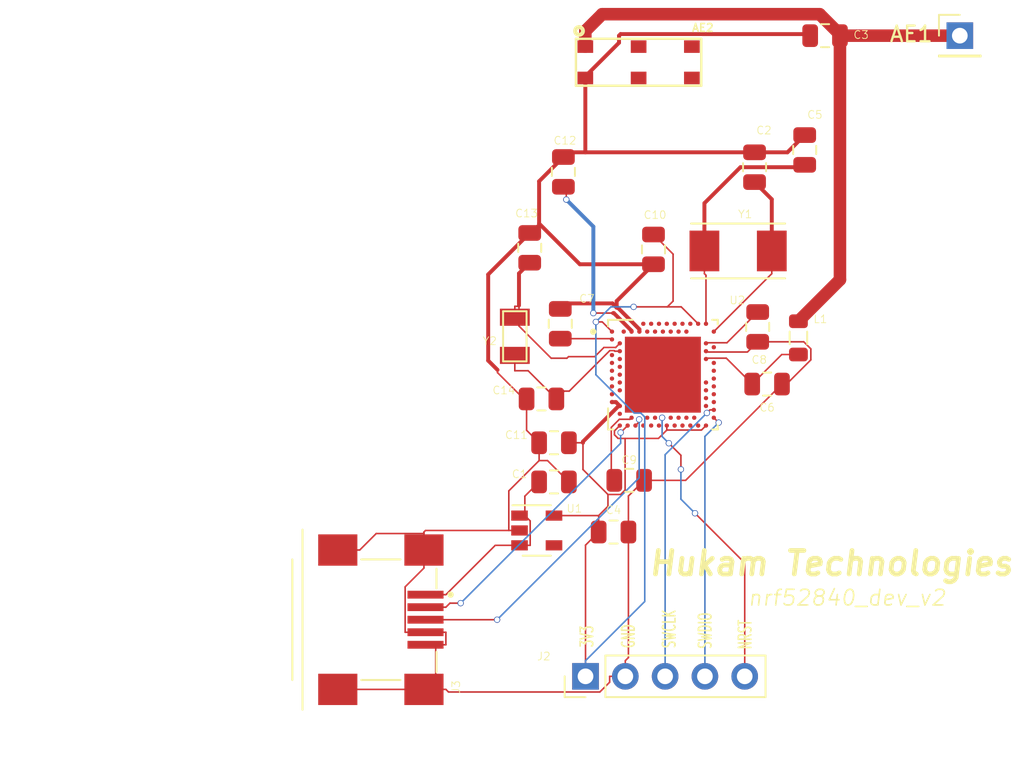
<source format=kicad_pcb>
(kicad_pcb (version 20171130) (host pcbnew 5.1.7-a382d34a8~88~ubuntu18.04.1)

  (general
    (thickness 1.6)
    (drawings 13)
    (tracks 240)
    (zones 0)
    (modules 23)
    (nets 74)
  )

  (page A4)
  (layers
    (0 F.Cu signal)
    (31 B.Cu signal)
    (32 B.Adhes user)
    (33 F.Adhes user)
    (34 B.Paste user)
    (35 F.Paste user)
    (36 B.SilkS user)
    (37 F.SilkS user)
    (38 B.Mask user)
    (39 F.Mask user)
    (40 Dwgs.User user)
    (41 Cmts.User user)
    (42 Eco1.User user)
    (43 Eco2.User user)
    (44 Edge.Cuts user)
    (45 Margin user)
    (46 B.CrtYd user)
    (47 F.CrtYd user)
    (48 B.Fab user)
    (49 F.Fab user)
  )

  (setup
    (last_trace_width 0.1)
    (trace_clearance 0.1)
    (zone_clearance 0.508)
    (zone_45_only no)
    (trace_min 0.1)
    (via_size 0.4)
    (via_drill 0.3)
    (via_min_size 0.4)
    (via_min_drill 0.3)
    (uvia_size 0.4)
    (uvia_drill 0.3)
    (uvias_allowed no)
    (uvia_min_size 0.2)
    (uvia_min_drill 0.1)
    (edge_width 0.05)
    (segment_width 0.2)
    (pcb_text_width 0.3)
    (pcb_text_size 1.5 1.5)
    (mod_edge_width 0.12)
    (mod_text_size 1 1)
    (mod_text_width 0.15)
    (pad_size 0.4 0.4)
    (pad_drill 0)
    (pad_to_mask_clearance 0.05)
    (aux_axis_origin 0 0)
    (visible_elements FFFFFF7F)
    (pcbplotparams
      (layerselection 0x030ff_ffffffff)
      (usegerberextensions true)
      (usegerberattributes false)
      (usegerberadvancedattributes false)
      (creategerberjobfile true)
      (excludeedgelayer true)
      (linewidth 0.100000)
      (plotframeref false)
      (viasonmask false)
      (mode 1)
      (useauxorigin false)
      (hpglpennumber 1)
      (hpglpenspeed 20)
      (hpglpendiameter 15.000000)
      (psnegative false)
      (psa4output false)
      (plotreference true)
      (plotvalue true)
      (plotinvisibletext false)
      (padsonsilk false)
      (subtractmaskfromsilk false)
      (outputformat 1)
      (mirror false)
      (drillshape 0)
      (scaleselection 1)
      (outputdirectory "/home/sarbjeet/github/IoT/Designs/PCB/KiCad/Projects/SwitchBoard/DevelopmentBoard_Stm32wb55/stm32wb_Dev_v1/Gerber/"))
  )

  (net 0 "")
  (net 1 /5V)
  (net 2 "Net-(C8-Pad1)")
  (net 3 /SWDIO)
  (net 4 /SWCLK)
  (net 5 "Net-(U1-Pad4)")
  (net 6 /3V3)
  (net 7 /RF)
  (net 8 /B7)
  (net 9 /XL1)
  (net 10 /XL2)
  (net 11 "Net-(C6-Pad1)")
  (net 12 "Net-(C7-Pad1)")
  (net 13 "Net-(C9-Pad1)")
  (net 14 "Net-(C12-Pad2)")
  (net 15 /xyl1)
  (net 16 /xyl2)
  (net 17 /Reset)
  (net 18 /D+)
  (net 19 /D-)
  (net 20 "Net-(U2-PadAB2)")
  (net 21 "Net-(U2-PadA18)")
  (net 22 "Net-(U2-PadN24)")
  (net 23 "Net-(U2-PadE24)")
  (net 24 "Net-(AE2-Pad3)")
  (net 25 "Net-(AE2-Pad4)")
  (net 26 "Net-(AE2-Pad5)")
  (net 27 "Net-(AE2-Pad6)")
  (net 28 "Net-(U2-PadAC21)")
  (net 29 "Net-(U2-PadAC19)")
  (net 30 "Net-(U2-PadAC17)")
  (net 31 "Net-(U2-PadAC15)")
  (net 32 "Net-(U2-PadAC11)")
  (net 33 "Net-(U2-PadAC9)")
  (net 34 "Net-(U2-PadAD22)")
  (net 35 "Net-(U2-PadAD20)")
  (net 36 "Net-(U2-PadAD18)")
  (net 37 "Net-(U2-PadAD16)")
  (net 38 "Net-(U2-PadAD12)")
  (net 39 "Net-(U2-PadAD10)")
  (net 40 "Net-(U2-PadAD8)")
  (net 41 "Net-(U2-PadT2)")
  (net 42 "Net-(U2-PadP2)")
  (net 43 "Net-(U2-PadM2)")
  (net 44 "Net-(U2-PadK2)")
  (net 45 "Net-(U2-PadU1)")
  (net 46 "Net-(U2-PadR1)")
  (net 47 "Net-(U2-PadN1)")
  (net 48 "Net-(U2-PadL1)")
  (net 49 "Net-(U2-PadJ1)")
  (net 50 "Net-(U2-PadH2)")
  (net 51 "Net-(U2-PadG1)")
  (net 52 "Net-(U2-PadB19)")
  (net 53 "Net-(U2-PadB17)")
  (net 54 "Net-(U2-PadB15)")
  (net 55 "Net-(U2-PadB13)")
  (net 56 "Net-(U2-PadB11)")
  (net 57 "Net-(U2-PadB9)")
  (net 58 "Net-(U2-PadB3)")
  (net 59 "Net-(U2-PadA20)")
  (net 60 "Net-(U2-PadA16)")
  (net 61 "Net-(U2-PadA14)")
  (net 62 "Net-(U2-PadA12)")
  (net 63 "Net-(U2-PadA10)")
  (net 64 "Net-(U2-PadY23)")
  (net 65 "Net-(U2-PadW24)")
  (net 66 "Net-(U2-PadV23)")
  (net 67 "Net-(U2-PadU24)")
  (net 68 "Net-(U2-PadT23)")
  (net 69 "Net-(U2-PadR24)")
  (net 70 "Net-(U2-PadP23)")
  (net 71 "Net-(U2-PadL24)")
  (net 72 "Net-(U2-PadJ24)")
  (net 73 "Net-(U2-PadA8)")

  (net_class Default "This is the default net class."
    (clearance 0.1)
    (trace_width 0.1)
    (via_dia 0.4)
    (via_drill 0.3)
    (uvia_dia 0.4)
    (uvia_drill 0.3)
    (add_net /3V3)
    (add_net /5V)
    (add_net /B7)
    (add_net /D+)
    (add_net /D-)
    (add_net /Reset)
    (add_net /SWCLK)
    (add_net /SWDIO)
    (add_net /XL1)
    (add_net /XL2)
    (add_net /xyl1)
    (add_net /xyl2)
    (add_net "Net-(AE2-Pad3)")
    (add_net "Net-(AE2-Pad4)")
    (add_net "Net-(AE2-Pad5)")
    (add_net "Net-(AE2-Pad6)")
    (add_net "Net-(C12-Pad2)")
    (add_net "Net-(C6-Pad1)")
    (add_net "Net-(C7-Pad1)")
    (add_net "Net-(C8-Pad1)")
    (add_net "Net-(C9-Pad1)")
    (add_net "Net-(U1-Pad4)")
    (add_net "Net-(U2-PadA10)")
    (add_net "Net-(U2-PadA12)")
    (add_net "Net-(U2-PadA14)")
    (add_net "Net-(U2-PadA16)")
    (add_net "Net-(U2-PadA18)")
    (add_net "Net-(U2-PadA20)")
    (add_net "Net-(U2-PadA8)")
    (add_net "Net-(U2-PadAB2)")
    (add_net "Net-(U2-PadAC11)")
    (add_net "Net-(U2-PadAC15)")
    (add_net "Net-(U2-PadAC17)")
    (add_net "Net-(U2-PadAC19)")
    (add_net "Net-(U2-PadAC21)")
    (add_net "Net-(U2-PadAC9)")
    (add_net "Net-(U2-PadAD10)")
    (add_net "Net-(U2-PadAD12)")
    (add_net "Net-(U2-PadAD16)")
    (add_net "Net-(U2-PadAD18)")
    (add_net "Net-(U2-PadAD20)")
    (add_net "Net-(U2-PadAD22)")
    (add_net "Net-(U2-PadAD8)")
    (add_net "Net-(U2-PadB11)")
    (add_net "Net-(U2-PadB13)")
    (add_net "Net-(U2-PadB15)")
    (add_net "Net-(U2-PadB17)")
    (add_net "Net-(U2-PadB19)")
    (add_net "Net-(U2-PadB3)")
    (add_net "Net-(U2-PadB9)")
    (add_net "Net-(U2-PadE24)")
    (add_net "Net-(U2-PadG1)")
    (add_net "Net-(U2-PadH2)")
    (add_net "Net-(U2-PadJ1)")
    (add_net "Net-(U2-PadJ24)")
    (add_net "Net-(U2-PadK2)")
    (add_net "Net-(U2-PadL1)")
    (add_net "Net-(U2-PadL24)")
    (add_net "Net-(U2-PadM2)")
    (add_net "Net-(U2-PadN1)")
    (add_net "Net-(U2-PadN24)")
    (add_net "Net-(U2-PadP2)")
    (add_net "Net-(U2-PadP23)")
    (add_net "Net-(U2-PadR1)")
    (add_net "Net-(U2-PadR24)")
    (add_net "Net-(U2-PadT2)")
    (add_net "Net-(U2-PadT23)")
    (add_net "Net-(U2-PadU1)")
    (add_net "Net-(U2-PadU24)")
    (add_net "Net-(U2-PadV23)")
    (add_net "Net-(U2-PadW24)")
    (add_net "Net-(U2-PadY23)")
  )

  (net_class forAntenna ""
    (clearance 0.2)
    (trace_width 0.8)
    (via_dia 0.7)
    (via_drill 0.4)
    (uvia_dia 0.3)
    (uvia_drill 0.1)
    (add_net /RF)
  )

  (module Custom_Libraries:NRF52840-QIAA-R (layer F.Cu) (tedit 62278F52) (tstamp 622502CB)
    (at 105.95 72.75)
    (path /6211700A)
    (fp_text reference U2 (at 4.75 -4.75) (layer F.SilkS)
      (effects (font (size 0.5 0.5) (thickness 0.05)))
    )
    (fp_text value nRF52840 (at 9.2 4.865) (layer F.Fab) hide
      (effects (font (size 1 1) (thickness 0.15)))
    )
    (fp_circle (center -4.445 -2.7432) (end -4.345 -2.7432) (layer F.SilkS) (width 0.2))
    (fp_poly (pts (xy 0.355 -2.075) (xy 2.075 -2.075) (xy 2.075 -0.355) (xy 0.355 -0.355)) (layer F.Paste) (width 0.01))
    (fp_poly (pts (xy -2.075 -2.075) (xy -0.355 -2.075) (xy -0.355 -0.355) (xy -2.075 -0.355)) (layer F.Paste) (width 0.01))
    (fp_poly (pts (xy 0.355 0.355) (xy 2.075 0.355) (xy 2.075 2.075) (xy 0.355 2.075)) (layer F.Paste) (width 0.01))
    (fp_poly (pts (xy -2.075 0.355) (xy -0.355 0.355) (xy -0.355 2.075) (xy -2.075 2.075)) (layer F.Paste) (width 0.01))
    (fp_line (start -3.5 -3.5) (end 3.5 -3.5) (layer F.Fab) (width 0.127))
    (fp_line (start 3.5 -3.5) (end 3.5 3.5) (layer F.Fab) (width 0.127))
    (fp_line (start 3.5 3.5) (end -3.5 3.5) (layer F.Fab) (width 0.127))
    (fp_line (start -3.5 3.5) (end -3.5 -3.5) (layer F.Fab) (width 0.127))
    (fp_line (start -3.5 -3.1) (end -3.5 -3.5) (layer F.SilkS) (width 0.127))
    (fp_line (start -3.5 -3.5) (end -1.95 -3.5) (layer F.SilkS) (width 0.127))
    (fp_line (start 3.15 -3.5) (end 3.5 -3.5) (layer F.SilkS) (width 0.127))
    (fp_line (start 3.5 -3.5) (end 3.5 -3.2) (layer F.SilkS) (width 0.127))
    (fp_line (start 3.5 3.15) (end 3.5 3.5) (layer F.SilkS) (width 0.127))
    (fp_line (start 3.5 3.5) (end 3.15 3.5) (layer F.SilkS) (width 0.127))
    (fp_line (start -3.15 3.5) (end -3.5 3.5) (layer F.SilkS) (width 0.127))
    (fp_line (start -3.5 3.5) (end -3.5 2.15) (layer F.SilkS) (width 0.127))
    (fp_circle (center -4.445 -2.7432) (end -4.345 -2.7432) (layer F.Fab) (width 0.2))
    (fp_line (start -4.5 -4.5) (end -4.5 4.5) (layer F.CrtYd) (width 0.05))
    (fp_line (start -4.5 4.5) (end 4.5 4.5) (layer F.CrtYd) (width 0.05))
    (fp_line (start 4.5 4.5) (end 4.5 -4.5) (layer F.CrtYd) (width 0.05))
    (fp_line (start 4.5 -4.5) (end -4.5 -4.5) (layer F.CrtYd) (width 0.05))
    (pad 74 smd rect (at 0 0) (size 4.85 4.85) (layers F.Cu F.Mask))
    (pad A8 smd circle (at -1.25 -3.25) (size 0.275 0.275) (layers F.Cu F.Paste F.Mask)
      (net 73 "Net-(U2-PadA8)"))
    (pad AA24 smd circle (at 3.25 2.25) (size 0.275 0.275) (layers F.Cu F.Paste F.Mask)
      (net 4 /SWCLK))
    (pad AC24 smd circle (at 3.25 2.75) (size 0.275 0.275) (layers F.Cu F.Paste F.Mask)
      (net 3 /SWDIO))
    (pad B1 smd circle (at -3.25 -2.75) (size 0.275 0.275) (layers F.Cu F.Paste F.Mask)
      (net 6 /3V3))
    (pad D23 smd circle (at 2.75 -2) (size 0.275 0.275) (layers F.Cu F.Paste F.Mask)
      (net 2 "Net-(C8-Pad1)"))
    (pad E24 smd circle (at 3.25 -1.75) (size 0.275 0.275) (layers F.Cu F.Paste F.Mask)
      (net 23 "Net-(U2-PadE24)"))
    (pad F23 smd circle (at 2.75 -1.5) (size 0.275 0.275) (layers F.Cu F.Paste F.Mask)
      (net 8 /B7))
    (pad H23 smd circle (at 2.75 -1) (size 0.275 0.275) (layers F.Cu F.Paste F.Mask)
      (net 11 "Net-(C6-Pad1)"))
    (pad J24 smd circle (at 3.25 -0.75) (size 0.275 0.275) (layers F.Cu F.Paste F.Mask)
      (net 72 "Net-(U2-PadJ24)"))
    (pad L24 smd circle (at 3.25 -0.25) (size 0.275 0.275) (layers F.Cu F.Paste F.Mask)
      (net 71 "Net-(U2-PadL24)"))
    (pad N24 smd circle (at 3.25 0.25) (size 0.275 0.275) (layers F.Cu F.Paste F.Mask)
      (net 22 "Net-(U2-PadN24)"))
    (pad P23 smd circle (at 2.75 0.5) (size 0.275 0.275) (layers F.Cu F.Paste F.Mask)
      (net 70 "Net-(U2-PadP23)"))
    (pad R24 smd circle (at 3.25 0.75) (size 0.275 0.275) (layers F.Cu F.Paste F.Mask)
      (net 69 "Net-(U2-PadR24)"))
    (pad T23 smd circle (at 2.75 1) (size 0.275 0.275) (layers F.Cu F.Paste F.Mask)
      (net 68 "Net-(U2-PadT23)"))
    (pad U24 smd circle (at 3.25 1.25) (size 0.275 0.275) (layers F.Cu F.Paste F.Mask)
      (net 67 "Net-(U2-PadU24)"))
    (pad V23 smd circle (at 2.75 1.5) (size 0.275 0.275) (layers F.Cu F.Paste F.Mask)
      (net 66 "Net-(U2-PadV23)"))
    (pad W24 smd circle (at 3.25 1.75) (size 0.275 0.275) (layers F.Cu F.Paste F.Mask)
      (net 65 "Net-(U2-PadW24)"))
    (pad Y23 smd circle (at 2.75 2) (size 0.275 0.275) (layers F.Cu F.Paste F.Mask)
      (net 64 "Net-(U2-PadY23)"))
    (pad A10 smd circle (at -0.75 -3.25) (size 0.275 0.275) (layers F.Cu F.Paste F.Mask)
      (net 63 "Net-(U2-PadA10)"))
    (pad A12 smd circle (at -0.25 -3.25) (size 0.275 0.275) (layers F.Cu F.Paste F.Mask)
      (net 62 "Net-(U2-PadA12)"))
    (pad A14 smd circle (at 0.25 -3.25) (size 0.275 0.275) (layers F.Cu F.Paste F.Mask)
      (net 61 "Net-(U2-PadA14)"))
    (pad A16 smd circle (at 0.75 -3.25) (size 0.275 0.275) (layers F.Cu F.Paste F.Mask)
      (net 60 "Net-(U2-PadA16)"))
    (pad A18 smd circle (at 1.25 -3.25) (size 0.275 0.275) (layers F.Cu F.Paste F.Mask)
      (net 21 "Net-(U2-PadA18)"))
    (pad A20 smd circle (at 1.75 -3.25) (size 0.275 0.275) (layers F.Cu F.Paste F.Mask)
      (net 59 "Net-(U2-PadA20)"))
    (pad A22 smd circle (at 2.25 -3.25) (size 0.275 0.275) (layers F.Cu F.Paste F.Mask)
      (net 6 /3V3))
    (pad A23 smd circle (at 2.75 -3.25) (size 0.275 0.275) (layers F.Cu F.Paste F.Mask)
      (net 10 /XL2))
    (pad B3 smd circle (at -2.5 -2.75) (size 0.275 0.275) (layers F.Cu F.Paste F.Mask)
      (net 58 "Net-(U2-PadB3)"))
    (pad B5 smd circle (at -2 -2.75) (size 0.275 0.275) (layers F.Cu F.Paste F.Mask)
      (net 14 "Net-(C12-Pad2)"))
    (pad B7 smd circle (at -1.5 -2.75) (size 0.275 0.275) (layers F.Cu F.Paste F.Mask)
      (net 8 /B7))
    (pad B9 smd circle (at -1 -2.75) (size 0.275 0.275) (layers F.Cu F.Paste F.Mask)
      (net 57 "Net-(U2-PadB9)"))
    (pad B11 smd circle (at -0.5 -2.75) (size 0.275 0.275) (layers F.Cu F.Paste F.Mask)
      (net 56 "Net-(U2-PadB11)"))
    (pad B13 smd circle (at 0 -2.75) (size 0.275 0.275) (layers F.Cu F.Paste F.Mask)
      (net 55 "Net-(U2-PadB13)"))
    (pad B15 smd circle (at 0.5 -2.75) (size 0.275 0.275) (layers F.Cu F.Paste F.Mask)
      (net 54 "Net-(U2-PadB15)"))
    (pad B17 smd circle (at 1 -2.75) (size 0.275 0.275) (layers F.Cu F.Paste F.Mask)
      (net 53 "Net-(U2-PadB17)"))
    (pad B19 smd circle (at 1.5 -2.75) (size 0.275 0.275) (layers F.Cu F.Paste F.Mask)
      (net 52 "Net-(U2-PadB19)"))
    (pad B24 smd circle (at 3.25 -2.75) (size 0.275 0.275) (layers F.Cu F.Paste F.Mask)
      (net 9 /XL1))
    (pad C1 smd circle (at -3.25 -2.25) (size 0.275 0.275) (layers F.Cu F.Paste F.Mask)
      (net 12 "Net-(C7-Pad1)"))
    (pad D2 smd circle (at -2.75 -2) (size 0.275 0.275) (layers F.Cu F.Paste F.Mask)
      (net 15 /xyl1))
    (pad F2 smd circle (at -2.75 -1.5) (size 0.275 0.275) (layers F.Cu F.Paste F.Mask)
      (net 16 /xyl2))
    (pad G1 smd circle (at -3.25 -1.25) (size 0.275 0.275) (layers F.Cu F.Paste F.Mask)
      (net 51 "Net-(U2-PadG1)"))
    (pad H2 smd circle (at -2.75 -1) (size 0.275 0.275) (layers F.Cu F.Paste F.Mask)
      (net 50 "Net-(U2-PadH2)"))
    (pad J1 smd circle (at -3.25 -0.75) (size 0.275 0.275) (layers F.Cu F.Paste F.Mask)
      (net 49 "Net-(U2-PadJ1)"))
    (pad L1 smd circle (at -3.25 -0.25) (size 0.275 0.275) (layers F.Cu F.Paste F.Mask)
      (net 48 "Net-(U2-PadL1)"))
    (pad N1 smd circle (at -3.25 0.25) (size 0.275 0.275) (layers F.Cu F.Paste F.Mask)
      (net 47 "Net-(U2-PadN1)"))
    (pad R1 smd circle (at -3.25 0.75) (size 0.275 0.275) (layers F.Cu F.Paste F.Mask)
      (net 46 "Net-(U2-PadR1)"))
    (pad U1 smd circle (at -3.25 1.25) (size 0.275 0.275) (layers F.Cu F.Paste F.Mask)
      (net 45 "Net-(U2-PadU1)"))
    (pad K2 smd circle (at -2.75 -0.5) (size 0.275 0.275) (layers F.Cu F.Paste F.Mask)
      (net 44 "Net-(U2-PadK2)"))
    (pad M2 smd circle (at -2.75 0) (size 0.275 0.275) (layers F.Cu F.Paste F.Mask)
      (net 43 "Net-(U2-PadM2)"))
    (pad P2 smd circle (at -2.75 0.5) (size 0.275 0.275) (layers F.Cu F.Paste F.Mask)
      (net 42 "Net-(U2-PadP2)"))
    (pad T2 smd circle (at -2.75 1) (size 0.275 0.275) (layers F.Cu F.Paste F.Mask)
      (net 41 "Net-(U2-PadT2)"))
    (pad W1 smd circle (at -3.25 1.75) (size 0.275 0.275) (layers F.Cu F.Paste F.Mask)
      (net 6 /3V3))
    (pad Y2 smd circle (at -2.75 2) (size 0.275 0.275) (layers F.Cu F.Paste F.Mask)
      (net 6 /3V3))
    (pad AB2 smd circle (at -2.75 2.5) (size 0.275 0.275) (layers F.Cu F.Paste F.Mask)
      (net 20 "Net-(U2-PadAB2)"))
    (pad AD2 smd circle (at -2.75 3.25) (size 0.275 0.275) (layers F.Cu F.Paste F.Mask)
      (net 6 /3V3))
    (pad AD4 smd circle (at -2.25 3.25) (size 0.275 0.275) (layers F.Cu F.Paste F.Mask)
      (net 19 /D-))
    (pad AC5 smd circle (at -2 2.75) (size 0.275 0.275) (layers F.Cu F.Paste F.Mask)
      (net 13 "Net-(C9-Pad1)"))
    (pad AD6 smd circle (at -1.75 3.25) (size 0.275 0.275) (layers F.Cu F.Paste F.Mask)
      (net 18 /D+))
    (pad AD8 smd circle (at -1.25 3.25) (size 0.275 0.275) (layers F.Cu F.Paste F.Mask)
      (net 40 "Net-(U2-PadAD8)"))
    (pad AD10 smd circle (at -0.75 3.25) (size 0.275 0.275) (layers F.Cu F.Paste F.Mask)
      (net 39 "Net-(U2-PadAD10)"))
    (pad AD12 smd circle (at -0.25 3.25) (size 0.275 0.275) (layers F.Cu F.Paste F.Mask)
      (net 38 "Net-(U2-PadAD12)"))
    (pad AD14 smd circle (at 0.25 3.25) (size 0.275 0.275) (layers F.Cu F.Paste F.Mask)
      (net 6 /3V3))
    (pad AD16 smd circle (at 0.75 3.25) (size 0.275 0.275) (layers F.Cu F.Paste F.Mask)
      (net 37 "Net-(U2-PadAD16)"))
    (pad AD18 smd circle (at 1.25 3.25) (size 0.275 0.275) (layers F.Cu F.Paste F.Mask)
      (net 36 "Net-(U2-PadAD18)"))
    (pad AD20 smd circle (at 1.75 3.25) (size 0.275 0.275) (layers F.Cu F.Paste F.Mask)
      (net 35 "Net-(U2-PadAD20)"))
    (pad AD22 smd circle (at 2.25 3.25) (size 0.275 0.275) (layers F.Cu F.Paste F.Mask)
      (net 34 "Net-(U2-PadAD22)"))
    (pad AD23 smd circle (at 2.75 3.25) (size 0.275 0.275) (layers F.Cu F.Paste F.Mask)
      (net 6 /3V3))
    (pad AC9 smd circle (at -1 2.75) (size 0.275 0.275) (layers F.Cu F.Paste F.Mask)
      (net 33 "Net-(U2-PadAC9)"))
    (pad AC11 smd circle (at -0.5 2.75) (size 0.275 0.275) (layers F.Cu F.Paste F.Mask)
      (net 32 "Net-(U2-PadAC11)"))
    (pad AC13 smd circle (at 0 2.75) (size 0.275 0.275) (layers F.Cu F.Paste F.Mask)
      (net 17 /Reset))
    (pad AC15 smd circle (at 0.5 2.75) (size 0.275 0.275) (layers F.Cu F.Paste F.Mask)
      (net 31 "Net-(U2-PadAC15)"))
    (pad AC17 smd circle (at 1 2.75) (size 0.275 0.275) (layers F.Cu F.Paste F.Mask)
      (net 30 "Net-(U2-PadAC17)"))
    (pad AC19 smd circle (at 1.5 2.75) (size 0.275 0.275) (layers F.Cu F.Paste F.Mask)
      (net 29 "Net-(U2-PadAC19)"))
    (pad AC21 smd circle (at 2 2.75) (size 0.275 0.275) (layers F.Cu F.Paste F.Mask)
      (net 28 "Net-(U2-PadAC21)"))
  )

  (module Custom_Libraries:M830520 (layer F.Cu) (tedit 61E07B21) (tstamp 622733CD)
    (at 104.4 52.8)
    (descr "module 1 pin (ou trou mecanique de percage)")
    (tags DEV)
    (path /622F54D2)
    (fp_text reference AE2 (at 4.1 -2.2) (layer F.SilkS)
      (effects (font (size 0.5 0.5) (thickness 0.1)))
    )
    (fp_text value M830520 (at 0 0.1) (layer F.Fab) hide
      (effects (font (size 0.5 0.5) (thickness 0.1)))
    )
    (fp_circle (center -3.8 -2) (end -3.6 -2) (layer F.SilkS) (width 0.15))
    (fp_circle (center -3.8 -2) (end -3.5 -2) (layer F.SilkS) (width 0.15))
    (fp_line (start -4 1.5) (end -4 -1.5) (layer F.SilkS) (width 0.15))
    (fp_line (start 4 1.5) (end -4 1.5) (layer F.SilkS) (width 0.15))
    (fp_line (start 4 -1.5) (end 4 1.5) (layer F.SilkS) (width 0.15))
    (fp_line (start -4 -1.5) (end 4 -1.5) (layer F.SilkS) (width 0.15))
    (pad 2 smd rect (at -3.4 1) (size 1 0.8) (layers F.Cu F.Paste F.Mask)
      (net 8 /B7))
    (pad 3 smd rect (at 0 1) (size 1 0.8) (layers F.Cu F.Paste F.Mask)
      (net 24 "Net-(AE2-Pad3)"))
    (pad 1 smd rect (at -3.4 -1) (size 1 0.8) (layers F.Cu F.Paste F.Mask)
      (net 7 /RF))
    (pad 4 smd rect (at 3.4 1) (size 1 0.8) (layers F.Cu F.Paste F.Mask)
      (net 25 "Net-(AE2-Pad4)"))
    (pad 5 smd rect (at 3.4 -1) (size 1 0.8) (layers F.Cu F.Paste F.Mask)
      (net 26 "Net-(AE2-Pad5)"))
    (pad 6 smd rect (at 0 -1) (size 1 0.8) (layers F.Cu F.Paste F.Mask)
      (net 27 "Net-(AE2-Pad6)"))
  )

  (module Custom_Libraries:usb_mini_TE_1734328-1 (layer F.Cu) (tedit 6224F641) (tstamp 62257508)
    (at 90.7 88.4 270)
    (path /624B5E84)
    (attr smd)
    (fp_text reference J3 (at 4.3 -2.05 90) (layer F.SilkS)
      (effects (font (size 0.5 0.5) (thickness 0.05)))
    )
    (fp_text value 1734328-1 (at 1.62017 9.61584 90) (layer F.Fab) hide
      (effects (font (size 1.000094 1.000094) (thickness 0.15)))
    )
    (fp_line (start -5.75 7.75) (end 5.75 7.75) (layer F.SilkS) (width 0.127))
    (fp_line (start 2.05 -0.8) (end 3.35 -0.8) (layer F.SilkS) (width 0.127))
    (fp_line (start 3.85 1.5) (end 3.85 4) (layer F.SilkS) (width 0.127))
    (fp_line (start -3.85 8.4) (end 3.85 8.4) (layer F.SilkS) (width 0.127))
    (fp_line (start -3.85 1.5) (end -3.85 4) (layer F.SilkS) (width 0.127))
    (fp_line (start -3.25 -0.8) (end -2 -0.8) (layer F.SilkS) (width 0.127))
    (fp_line (start -3.85 8.4) (end -3.85 -0.8) (layer F.Fab) (width 0.127))
    (fp_line (start 3.85 8.4) (end -3.85 8.4) (layer F.Fab) (width 0.127))
    (fp_line (start 3.85 -0.8) (end 3.85 8.4) (layer F.Fab) (width 0.127))
    (fp_line (start -3.85 -0.8) (end 3.85 -0.8) (layer F.Fab) (width 0.127))
    (fp_circle (center -1.6 -1.7) (end -1.5 -1.7) (layer F.SilkS) (width 0.2))
    (fp_circle (center -1.6 -0.2) (end -1.5 -0.2) (layer F.Fab) (width 0.2))
    (fp_line (start -5.75 8.75) (end -5.75 -1.5) (layer F.CrtYd) (width 0.05))
    (fp_line (start 5.75 8.75) (end -5.75 8.75) (layer F.CrtYd) (width 0.05))
    (fp_line (start 5.75 -1.5) (end 5.75 8.75) (layer F.CrtYd) (width 0.05))
    (fp_line (start -5.75 -1.5) (end 5.75 -1.5) (layer F.CrtYd) (width 0.05))
    (pad None np_thru_hole circle (at 2.2 2.5 270) (size 0.9 0.9) (drill 0.9) (layers *.Cu *.Mask))
    (pad None np_thru_hole circle (at -2.2 2.5 270) (size 0.9 0.9) (drill 0.9) (layers *.Cu *.Mask))
    (pad 8 smd rect (at 4.45 5.5 270) (size 2 2.5) (layers F.Cu F.Paste F.Mask)
      (net 8 /B7))
    (pad 7 smd rect (at -4.45 5.5 270) (size 2 2.5) (layers F.Cu F.Paste F.Mask)
      (net 8 /B7))
    (pad 9 smd rect (at 4.45 0 270) (size 2 2.5) (layers F.Cu F.Paste F.Mask)
      (net 8 /B7))
    (pad 6 smd rect (at -4.45 0 270) (size 2 2.5) (layers F.Cu F.Paste F.Mask)
      (net 8 /B7))
    (pad 5 smd rect (at 1.6 -0.1) (size 2.3 0.5) (layers F.Cu F.Paste F.Mask)
      (net 8 /B7))
    (pad 4 smd rect (at 0.8 -0.1) (size 2.3 0.5) (layers F.Cu F.Paste F.Mask)
      (net 8 /B7))
    (pad 3 smd rect (at 0 -0.1) (size 2.3 0.5) (layers F.Cu F.Paste F.Mask)
      (net 18 /D+))
    (pad 2 smd rect (at -0.8 -0.1) (size 2.3 0.5) (layers F.Cu F.Paste F.Mask)
      (net 19 /D-))
    (pad 1 smd rect (at -1.6 -0.1) (size 2.3 0.5) (layers F.Cu F.Paste F.Mask)
      (net 1 /5V))
  )

  (module Custom_Libraries:XTAL320X150X90 (layer F.Cu) (tedit 6224C96F) (tstamp 5F2C1B30)
    (at 96.5 70.3 270)
    (path /622EEBB0)
    (attr smd)
    (fp_text reference Y2 (at 0.3 1.6 180) (layer F.SilkS)
      (effects (font (size 0.5 0.5) (thickness 0.05)))
    )
    (fp_text value ABS07-32.768KHZ-7-1-T (at 6.35785 1.907355 90) (layer F.Fab) hide
      (effects (font (size 1.001236 1.001236) (thickness 0.15)))
    )
    (fp_line (start -1.6002 0.7493) (end -1.6002 -0.7493) (layer F.SilkS) (width 0.127))
    (fp_line (start 1.6002 0.7493) (end -1.6002 0.7493) (layer F.SilkS) (width 0.127))
    (fp_line (start 1.6002 -0.7493) (end 1.6002 0.7493) (layer F.SilkS) (width 0.127))
    (fp_line (start -1.6002 -0.7493) (end 1.6002 -0.7493) (layer F.SilkS) (width 0.127))
    (pad 2 smd rect (at 1.2192 0 270) (size 1.0922 1.905) (layers F.Cu F.Paste F.Mask)
      (net 16 /xyl2))
    (pad 1 smd rect (at -1.2192 0 270) (size 1.0922 1.905) (layers F.Cu F.Paste F.Mask)
      (net 15 /xyl1))
  )

  (module Custom_Libraries:XTAL_ABM7-32.000MHZ-D2Y-T (layer F.Cu) (tedit 6224CC8D) (tstamp 5F2C1B19)
    (at 110.75 64.85 180)
    (path /6234C749)
    (attr smd)
    (fp_text reference Y1 (at -0.45 2.35) (layer F.SilkS)
      (effects (font (size 0.5 0.5) (thickness 0.05)))
    )
    (fp_text value ABM7-32.000MHZ-D2Y-T (at 12.64587 2.86974) (layer F.Fab) hide
      (effects (font (size 1.001654 1.001654) (thickness 0.15)))
    )
    (fp_line (start -3.35 2) (end -3.35 -2) (layer F.CrtYd) (width 0.05))
    (fp_line (start 3.35 2) (end -3.35 2) (layer F.CrtYd) (width 0.05))
    (fp_line (start 3.35 -2) (end 3.35 2) (layer F.CrtYd) (width 0.05))
    (fp_line (start -3.35 -2) (end 3.35 -2) (layer F.CrtYd) (width 0.05))
    (fp_line (start 3 1.75) (end -3 1.75) (layer F.SilkS) (width 0.127))
    (fp_line (start -3 -1.75) (end 3 -1.75) (layer F.SilkS) (width 0.127))
    (fp_line (start -3 1.75) (end -3 -1.75) (layer F.Fab) (width 0.127))
    (fp_line (start 3 1.75) (end -3 1.75) (layer F.Fab) (width 0.127))
    (fp_line (start 3 -1.75) (end 3 1.75) (layer F.Fab) (width 0.127))
    (fp_line (start -3 -1.75) (end 3 -1.75) (layer F.Fab) (width 0.127))
    (pad 2 smd rect (at 2.15 0 180) (size 1.9 2.6) (layers F.Cu F.Paste F.Mask)
      (net 10 /XL2))
    (pad 1 smd rect (at -2.15 0 180) (size 1.9 2.6) (layers F.Cu F.Paste F.Mask)
      (net 9 /XL1))
  )

  (module Inductors_SMD:L_0805_2012Metric (layer F.Cu) (tedit 5F68FEF0) (tstamp 5F2C1A9F)
    (at 114.6 70.4 270)
    (descr "Inductor SMD 0805 (2012 Metric), square (rectangular) end terminal, IPC_7351 nominal, (Body size source: IPC-SM-782 page 80, https://www.pcb-3d.com/wordpress/wp-content/uploads/ipc-sm-782a_amendment_1_and_2.pdf), generated with kicad-footprint-generator")
    (tags inductor)
    (path /6226B148)
    (attr smd)
    (fp_text reference L1 (at -1.2 -1.4) (layer F.SilkS)
      (effects (font (size 0.5 0.5) (thickness 0.05)))
    )
    (fp_text value 3.3nH (at 0 1.55 270) (layer F.Fab) hide
      (effects (font (size 1 1) (thickness 0.15)))
    )
    (fp_line (start 1.75 0.85) (end -1.75 0.85) (layer F.CrtYd) (width 0.05))
    (fp_line (start 1.75 -0.85) (end 1.75 0.85) (layer F.CrtYd) (width 0.05))
    (fp_line (start -1.75 -0.85) (end 1.75 -0.85) (layer F.CrtYd) (width 0.05))
    (fp_line (start -1.75 0.85) (end -1.75 -0.85) (layer F.CrtYd) (width 0.05))
    (fp_line (start -0.399622 0.56) (end 0.399622 0.56) (layer F.SilkS) (width 0.12))
    (fp_line (start -0.399622 -0.56) (end 0.399622 -0.56) (layer F.SilkS) (width 0.12))
    (fp_line (start 1 0.45) (end -1 0.45) (layer F.Fab) (width 0.1))
    (fp_line (start 1 -0.45) (end 1 0.45) (layer F.Fab) (width 0.1))
    (fp_line (start -1 -0.45) (end 1 -0.45) (layer F.Fab) (width 0.1))
    (fp_line (start -1 0.45) (end -1 -0.45) (layer F.Fab) (width 0.1))
    (fp_text user %R (at 0 0 270) (layer F.Fab) hide
      (effects (font (size 0.5 0.5) (thickness 0.08)))
    )
    (pad 2 smd roundrect (at 1.0625 0 270) (size 0.875 1.2) (layers F.Cu F.Paste F.Mask) (roundrect_rratio 0.25)
      (net 11 "Net-(C6-Pad1)"))
    (pad 1 smd roundrect (at -1.0625 0 270) (size 0.875 1.2) (layers F.Cu F.Paste F.Mask) (roundrect_rratio 0.25)
      (net 7 /RF))
    (model ${KISYS3DMOD}/Inductor_SMD.3dshapes/L_0805_2012Metric.wrl
      (at (xyz 0 0 0))
      (scale (xyz 1 1 1))
      (rotate (xyz 0 0 0))
    )
  )

  (module Capacitors_SMD:C_0805_2012Metric (layer F.Cu) (tedit 5F68FEEE) (tstamp 5F2C1961)
    (at 98.2 74.3)
    (descr "Capacitor SMD 0805 (2012 Metric), square (rectangular) end terminal, IPC_7351 nominal, (Body size source: IPC-SM-782 page 76, https://www.pcb-3d.com/wordpress/wp-content/uploads/ipc-sm-782a_amendment_1_and_2.pdf, https://docs.google.com/spreadsheets/d/1BsfQQcO9C6DZCsRaXUlFlo91Tg2WpOkGARC1WS5S8t0/edit?usp=sharing), generated with kicad-footprint-generator")
    (tags capacitor)
    (path /6212F8F6)
    (attr smd)
    (fp_text reference C14 (at -2.4 -0.55 180) (layer F.SilkS)
      (effects (font (size 0.5 0.5) (thickness 0.05)))
    )
    (fp_text value 12pf (at 0 1.68 180) (layer F.Fab) hide
      (effects (font (size 1 1) (thickness 0.15)))
    )
    (fp_line (start 1.7 0.98) (end -1.7 0.98) (layer F.CrtYd) (width 0.05))
    (fp_line (start 1.7 -0.98) (end 1.7 0.98) (layer F.CrtYd) (width 0.05))
    (fp_line (start -1.7 -0.98) (end 1.7 -0.98) (layer F.CrtYd) (width 0.05))
    (fp_line (start -1.7 0.98) (end -1.7 -0.98) (layer F.CrtYd) (width 0.05))
    (fp_line (start -0.261252 0.735) (end 0.261252 0.735) (layer F.SilkS) (width 0.12))
    (fp_line (start -0.261252 -0.735) (end 0.261252 -0.735) (layer F.SilkS) (width 0.12))
    (fp_line (start 1 0.625) (end -1 0.625) (layer F.Fab) (width 0.1))
    (fp_line (start 1 -0.625) (end 1 0.625) (layer F.Fab) (width 0.1))
    (fp_line (start -1 -0.625) (end 1 -0.625) (layer F.Fab) (width 0.1))
    (fp_line (start -1 0.625) (end -1 -0.625) (layer F.Fab) (width 0.1))
    (fp_text user %R (at 0 0 180) (layer F.Fab) hide
      (effects (font (size 0.5 0.5) (thickness 0.08)))
    )
    (pad 2 smd roundrect (at 0.95 0) (size 1 1.45) (layers F.Cu F.Paste F.Mask) (roundrect_rratio 0.25)
      (net 16 /xyl2))
    (pad 1 smd roundrect (at -0.95 0) (size 1 1.45) (layers F.Cu F.Paste F.Mask) (roundrect_rratio 0.25)
      (net 8 /B7))
    (model ${KISYS3DMOD}/Capacitor_SMD.3dshapes/C_0805_2012Metric.wrl
      (at (xyz 0 0 0))
      (scale (xyz 1 1 1))
      (rotate (xyz 0 0 0))
    )
  )

  (module Capacitors_SMD:C_0805_2012Metric (layer F.Cu) (tedit 5F68FEEE) (tstamp 5F2C1950)
    (at 97.45 64.65 270)
    (descr "Capacitor SMD 0805 (2012 Metric), square (rectangular) end terminal, IPC_7351 nominal, (Body size source: IPC-SM-782 page 76, https://www.pcb-3d.com/wordpress/wp-content/uploads/ipc-sm-782a_amendment_1_and_2.pdf, https://docs.google.com/spreadsheets/d/1BsfQQcO9C6DZCsRaXUlFlo91Tg2WpOkGARC1WS5S8t0/edit?usp=sharing), generated with kicad-footprint-generator")
    (tags capacitor)
    (path /6212F909)
    (attr smd)
    (fp_text reference C13 (at -2.2 0.2 180) (layer F.SilkS)
      (effects (font (size 0.5 0.5) (thickness 0.05)))
    )
    (fp_text value 12pf (at 0 1.68 90) (layer F.Fab) hide
      (effects (font (size 1 1) (thickness 0.15)))
    )
    (fp_line (start 1.7 0.98) (end -1.7 0.98) (layer F.CrtYd) (width 0.05))
    (fp_line (start 1.7 -0.98) (end 1.7 0.98) (layer F.CrtYd) (width 0.05))
    (fp_line (start -1.7 -0.98) (end 1.7 -0.98) (layer F.CrtYd) (width 0.05))
    (fp_line (start -1.7 0.98) (end -1.7 -0.98) (layer F.CrtYd) (width 0.05))
    (fp_line (start -0.261252 0.735) (end 0.261252 0.735) (layer F.SilkS) (width 0.12))
    (fp_line (start -0.261252 -0.735) (end 0.261252 -0.735) (layer F.SilkS) (width 0.12))
    (fp_line (start 1 0.625) (end -1 0.625) (layer F.Fab) (width 0.1))
    (fp_line (start 1 -0.625) (end 1 0.625) (layer F.Fab) (width 0.1))
    (fp_line (start -1 -0.625) (end 1 -0.625) (layer F.Fab) (width 0.1))
    (fp_line (start -1 0.625) (end -1 -0.625) (layer F.Fab) (width 0.1))
    (fp_text user %R (at 0 0 90) (layer F.Fab) hide
      (effects (font (size 0.5 0.5) (thickness 0.08)))
    )
    (pad 2 smd roundrect (at 0.95 0 270) (size 1 1.45) (layers F.Cu F.Paste F.Mask) (roundrect_rratio 0.25)
      (net 15 /xyl1))
    (pad 1 smd roundrect (at -0.95 0 270) (size 1 1.45) (layers F.Cu F.Paste F.Mask) (roundrect_rratio 0.25)
      (net 8 /B7))
    (model ${KISYS3DMOD}/Capacitor_SMD.3dshapes/C_0805_2012Metric.wrl
      (at (xyz 0 0 0))
      (scale (xyz 1 1 1))
      (rotate (xyz 0 0 0))
    )
  )

  (module Capacitors_SMD:C_0805_2012Metric (layer F.Cu) (tedit 5F68FEEE) (tstamp 5F2C193F)
    (at 99.6 59.8 270)
    (descr "Capacitor SMD 0805 (2012 Metric), square (rectangular) end terminal, IPC_7351 nominal, (Body size source: IPC-SM-782 page 76, https://www.pcb-3d.com/wordpress/wp-content/uploads/ipc-sm-782a_amendment_1_and_2.pdf, https://docs.google.com/spreadsheets/d/1BsfQQcO9C6DZCsRaXUlFlo91Tg2WpOkGARC1WS5S8t0/edit?usp=sharing), generated with kicad-footprint-generator")
    (tags capacitor)
    (path /623641B7)
    (attr smd)
    (fp_text reference C12 (at -2 -0.1 180) (layer F.SilkS)
      (effects (font (size 0.5 0.5) (thickness 0.05)))
    )
    (fp_text value 100nf (at 0 1.68 90) (layer F.Fab) hide
      (effects (font (size 1 1) (thickness 0.15)))
    )
    (fp_line (start 1.7 0.98) (end -1.7 0.98) (layer F.CrtYd) (width 0.05))
    (fp_line (start 1.7 -0.98) (end 1.7 0.98) (layer F.CrtYd) (width 0.05))
    (fp_line (start -1.7 -0.98) (end 1.7 -0.98) (layer F.CrtYd) (width 0.05))
    (fp_line (start -1.7 0.98) (end -1.7 -0.98) (layer F.CrtYd) (width 0.05))
    (fp_line (start -0.261252 0.735) (end 0.261252 0.735) (layer F.SilkS) (width 0.12))
    (fp_line (start -0.261252 -0.735) (end 0.261252 -0.735) (layer F.SilkS) (width 0.12))
    (fp_line (start 1 0.625) (end -1 0.625) (layer F.Fab) (width 0.1))
    (fp_line (start 1 -0.625) (end 1 0.625) (layer F.Fab) (width 0.1))
    (fp_line (start -1 -0.625) (end 1 -0.625) (layer F.Fab) (width 0.1))
    (fp_line (start -1 0.625) (end -1 -0.625) (layer F.Fab) (width 0.1))
    (fp_text user %R (at 0 0 90) (layer F.Fab) hide
      (effects (font (size 0.5 0.5) (thickness 0.08)))
    )
    (pad 2 smd roundrect (at 0.95 0 270) (size 1 1.45) (layers F.Cu F.Paste F.Mask) (roundrect_rratio 0.25)
      (net 14 "Net-(C12-Pad2)"))
    (pad 1 smd roundrect (at -0.95 0 270) (size 1 1.45) (layers F.Cu F.Paste F.Mask) (roundrect_rratio 0.25)
      (net 8 /B7))
    (model ${KISYS3DMOD}/Capacitor_SMD.3dshapes/C_0805_2012Metric.wrl
      (at (xyz 0 0 0))
      (scale (xyz 1 1 1))
      (rotate (xyz 0 0 0))
    )
  )

  (module Capacitors_SMD:C_0805_2012Metric (layer F.Cu) (tedit 5F68FEEE) (tstamp 5F2C192E)
    (at 99 77.1 180)
    (descr "Capacitor SMD 0805 (2012 Metric), square (rectangular) end terminal, IPC_7351 nominal, (Body size source: IPC-SM-782 page 76, https://www.pcb-3d.com/wordpress/wp-content/uploads/ipc-sm-782a_amendment_1_and_2.pdf, https://docs.google.com/spreadsheets/d/1BsfQQcO9C6DZCsRaXUlFlo91Tg2WpOkGARC1WS5S8t0/edit?usp=sharing), generated with kicad-footprint-generator")
    (tags capacitor)
    (path /622D5BFC)
    (attr smd)
    (fp_text reference C11 (at 2.4 0.5) (layer F.SilkS)
      (effects (font (size 0.5 0.5) (thickness 0.05)))
    )
    (fp_text value 4.7uf (at 0 1.68) (layer F.Fab) hide
      (effects (font (size 1 1) (thickness 0.15)))
    )
    (fp_line (start 1.7 0.98) (end -1.7 0.98) (layer F.CrtYd) (width 0.05))
    (fp_line (start 1.7 -0.98) (end 1.7 0.98) (layer F.CrtYd) (width 0.05))
    (fp_line (start -1.7 -0.98) (end 1.7 -0.98) (layer F.CrtYd) (width 0.05))
    (fp_line (start -1.7 0.98) (end -1.7 -0.98) (layer F.CrtYd) (width 0.05))
    (fp_line (start -0.261252 0.735) (end 0.261252 0.735) (layer F.SilkS) (width 0.12))
    (fp_line (start -0.261252 -0.735) (end 0.261252 -0.735) (layer F.SilkS) (width 0.12))
    (fp_line (start 1 0.625) (end -1 0.625) (layer F.Fab) (width 0.1))
    (fp_line (start 1 -0.625) (end 1 0.625) (layer F.Fab) (width 0.1))
    (fp_line (start -1 -0.625) (end 1 -0.625) (layer F.Fab) (width 0.1))
    (fp_line (start -1 0.625) (end -1 -0.625) (layer F.Fab) (width 0.1))
    (fp_text user %R (at 0 0) (layer F.Fab) hide
      (effects (font (size 0.5 0.5) (thickness 0.08)))
    )
    (pad 2 smd roundrect (at 0.95 0 180) (size 1 1.45) (layers F.Cu F.Paste F.Mask) (roundrect_rratio 0.25)
      (net 8 /B7))
    (pad 1 smd roundrect (at -0.95 0 180) (size 1 1.45) (layers F.Cu F.Paste F.Mask) (roundrect_rratio 0.25)
      (net 6 /3V3))
    (model ${KISYS3DMOD}/Capacitor_SMD.3dshapes/C_0805_2012Metric.wrl
      (at (xyz 0 0 0))
      (scale (xyz 1 1 1))
      (rotate (xyz 0 0 0))
    )
  )

  (module Capacitors_SMD:C_0805_2012Metric (layer F.Cu) (tedit 5F68FEEE) (tstamp 5F2C191D)
    (at 105.35 64.75 270)
    (descr "Capacitor SMD 0805 (2012 Metric), square (rectangular) end terminal, IPC_7351 nominal, (Body size source: IPC-SM-782 page 76, https://www.pcb-3d.com/wordpress/wp-content/uploads/ipc-sm-782a_amendment_1_and_2.pdf, https://docs.google.com/spreadsheets/d/1BsfQQcO9C6DZCsRaXUlFlo91Tg2WpOkGARC1WS5S8t0/edit?usp=sharing), generated with kicad-footprint-generator")
    (tags capacitor)
    (path /621E49F1)
    (attr smd)
    (fp_text reference C10 (at -2.2 -0.1 180) (layer F.SilkS)
      (effects (font (size 0.5 0.5) (thickness 0.05)))
    )
    (fp_text value 100nf (at 0 1.68 90) (layer F.Fab) hide
      (effects (font (size 1 1) (thickness 0.15)))
    )
    (fp_line (start 1.7 0.98) (end -1.7 0.98) (layer F.CrtYd) (width 0.05))
    (fp_line (start 1.7 -0.98) (end 1.7 0.98) (layer F.CrtYd) (width 0.05))
    (fp_line (start -1.7 -0.98) (end 1.7 -0.98) (layer F.CrtYd) (width 0.05))
    (fp_line (start -1.7 0.98) (end -1.7 -0.98) (layer F.CrtYd) (width 0.05))
    (fp_line (start -0.261252 0.735) (end 0.261252 0.735) (layer F.SilkS) (width 0.12))
    (fp_line (start -0.261252 -0.735) (end 0.261252 -0.735) (layer F.SilkS) (width 0.12))
    (fp_line (start 1 0.625) (end -1 0.625) (layer F.Fab) (width 0.1))
    (fp_line (start 1 -0.625) (end 1 0.625) (layer F.Fab) (width 0.1))
    (fp_line (start -1 -0.625) (end 1 -0.625) (layer F.Fab) (width 0.1))
    (fp_line (start -1 0.625) (end -1 -0.625) (layer F.Fab) (width 0.1))
    (fp_text user %R (at 0 0 90) (layer F.Fab) hide
      (effects (font (size 0.5 0.5) (thickness 0.08)))
    )
    (pad 2 smd roundrect (at 0.95 0 270) (size 1 1.45) (layers F.Cu F.Paste F.Mask) (roundrect_rratio 0.25)
      (net 8 /B7))
    (pad 1 smd roundrect (at -0.95 0 270) (size 1 1.45) (layers F.Cu F.Paste F.Mask) (roundrect_rratio 0.25)
      (net 6 /3V3))
    (model ${KISYS3DMOD}/Capacitor_SMD.3dshapes/C_0805_2012Metric.wrl
      (at (xyz 0 0 0))
      (scale (xyz 1 1 1))
      (rotate (xyz 0 0 0))
    )
  )

  (module Capacitors_SMD:C_0805_2012Metric (layer F.Cu) (tedit 5F68FEEE) (tstamp 5F2C190C)
    (at 103.8 79.5)
    (descr "Capacitor SMD 0805 (2012 Metric), square (rectangular) end terminal, IPC_7351 nominal, (Body size source: IPC-SM-782 page 76, https://www.pcb-3d.com/wordpress/wp-content/uploads/ipc-sm-782a_amendment_1_and_2.pdf, https://docs.google.com/spreadsheets/d/1BsfQQcO9C6DZCsRaXUlFlo91Tg2WpOkGARC1WS5S8t0/edit?usp=sharing), generated with kicad-footprint-generator")
    (tags capacitor)
    (path /6223F050)
    (attr smd)
    (fp_text reference C9 (at 0 -1.3) (layer F.SilkS)
      (effects (font (size 0.5 0.5) (thickness 0.05)))
    )
    (fp_text value 4.7uf (at 0 1.68 180) (layer F.Fab) hide
      (effects (font (size 1 1) (thickness 0.15)))
    )
    (fp_line (start 1.7 0.98) (end -1.7 0.98) (layer F.CrtYd) (width 0.05))
    (fp_line (start 1.7 -0.98) (end 1.7 0.98) (layer F.CrtYd) (width 0.05))
    (fp_line (start -1.7 -0.98) (end 1.7 -0.98) (layer F.CrtYd) (width 0.05))
    (fp_line (start -1.7 0.98) (end -1.7 -0.98) (layer F.CrtYd) (width 0.05))
    (fp_line (start -0.261252 0.735) (end 0.261252 0.735) (layer F.SilkS) (width 0.12))
    (fp_line (start -0.261252 -0.735) (end 0.261252 -0.735) (layer F.SilkS) (width 0.12))
    (fp_line (start 1 0.625) (end -1 0.625) (layer F.Fab) (width 0.1))
    (fp_line (start 1 -0.625) (end 1 0.625) (layer F.Fab) (width 0.1))
    (fp_line (start -1 -0.625) (end 1 -0.625) (layer F.Fab) (width 0.1))
    (fp_line (start -1 0.625) (end -1 -0.625) (layer F.Fab) (width 0.1))
    (fp_text user %R (at 0 0 180) (layer F.Fab) hide
      (effects (font (size 0.5 0.5) (thickness 0.08)))
    )
    (pad 2 smd roundrect (at 0.95 0) (size 1 1.45) (layers F.Cu F.Paste F.Mask) (roundrect_rratio 0.25)
      (net 8 /B7))
    (pad 1 smd roundrect (at -0.95 0) (size 1 1.45) (layers F.Cu F.Paste F.Mask) (roundrect_rratio 0.25)
      (net 13 "Net-(C9-Pad1)"))
    (model ${KISYS3DMOD}/Capacitor_SMD.3dshapes/C_0805_2012Metric.wrl
      (at (xyz 0 0 0))
      (scale (xyz 1 1 1))
      (rotate (xyz 0 0 0))
    )
  )

  (module Capacitors_SMD:C_0805_2012Metric (layer F.Cu) (tedit 5F68FEEE) (tstamp 5F2C18FB)
    (at 112 69.7 270)
    (descr "Capacitor SMD 0805 (2012 Metric), square (rectangular) end terminal, IPC_7351 nominal, (Body size source: IPC-SM-782 page 76, https://www.pcb-3d.com/wordpress/wp-content/uploads/ipc-sm-782a_amendment_1_and_2.pdf, https://docs.google.com/spreadsheets/d/1BsfQQcO9C6DZCsRaXUlFlo91Tg2WpOkGARC1WS5S8t0/edit?usp=sharing), generated with kicad-footprint-generator")
    (tags capacitor)
    (path /623D265A)
    (attr smd)
    (fp_text reference C8 (at 2.1 -0.1) (layer F.SilkS)
      (effects (font (size 0.5 0.5) (thickness 0.05)))
    )
    (fp_text value 100nf (at 0 1.68 270) (layer F.Fab) hide
      (effects (font (size 1 1) (thickness 0.15)))
    )
    (fp_line (start 1.7 0.98) (end -1.7 0.98) (layer F.CrtYd) (width 0.05))
    (fp_line (start 1.7 -0.98) (end 1.7 0.98) (layer F.CrtYd) (width 0.05))
    (fp_line (start -1.7 -0.98) (end 1.7 -0.98) (layer F.CrtYd) (width 0.05))
    (fp_line (start -1.7 0.98) (end -1.7 -0.98) (layer F.CrtYd) (width 0.05))
    (fp_line (start -0.261252 0.735) (end 0.261252 0.735) (layer F.SilkS) (width 0.12))
    (fp_line (start -0.261252 -0.735) (end 0.261252 -0.735) (layer F.SilkS) (width 0.12))
    (fp_line (start 1 0.625) (end -1 0.625) (layer F.Fab) (width 0.1))
    (fp_line (start 1 -0.625) (end 1 0.625) (layer F.Fab) (width 0.1))
    (fp_line (start -1 -0.625) (end 1 -0.625) (layer F.Fab) (width 0.1))
    (fp_line (start -1 0.625) (end -1 -0.625) (layer F.Fab) (width 0.1))
    (fp_text user %R (at 0 0 270) (layer F.Fab) hide
      (effects (font (size 0.5 0.5) (thickness 0.08)))
    )
    (pad 2 smd roundrect (at 0.95 0 270) (size 1 1.45) (layers F.Cu F.Paste F.Mask) (roundrect_rratio 0.25)
      (net 8 /B7))
    (pad 1 smd roundrect (at -0.95 0 270) (size 1 1.45) (layers F.Cu F.Paste F.Mask) (roundrect_rratio 0.25)
      (net 2 "Net-(C8-Pad1)"))
    (model ${KISYS3DMOD}/Capacitor_SMD.3dshapes/C_0805_2012Metric.wrl
      (at (xyz 0 0 0))
      (scale (xyz 1 1 1))
      (rotate (xyz 0 0 0))
    )
  )

  (module Capacitors_SMD:C_0805_2012Metric (layer F.Cu) (tedit 5F68FEEE) (tstamp 5F2C18EA)
    (at 99.4 69.5 90)
    (descr "Capacitor SMD 0805 (2012 Metric), square (rectangular) end terminal, IPC_7351 nominal, (Body size source: IPC-SM-782 page 76, https://www.pcb-3d.com/wordpress/wp-content/uploads/ipc-sm-782a_amendment_1_and_2.pdf, https://docs.google.com/spreadsheets/d/1BsfQQcO9C6DZCsRaXUlFlo91Tg2WpOkGARC1WS5S8t0/edit?usp=sharing), generated with kicad-footprint-generator")
    (tags capacitor)
    (path /621BB3E2)
    (attr smd)
    (fp_text reference C7 (at 1.6 1.7) (layer F.SilkS)
      (effects (font (size 0.5 0.5) (thickness 0.05)))
    )
    (fp_text value 100nf (at 0 1.68 270) (layer F.Fab) hide
      (effects (font (size 1 1) (thickness 0.15)))
    )
    (fp_line (start 1.7 0.98) (end -1.7 0.98) (layer F.CrtYd) (width 0.05))
    (fp_line (start 1.7 -0.98) (end 1.7 0.98) (layer F.CrtYd) (width 0.05))
    (fp_line (start -1.7 -0.98) (end 1.7 -0.98) (layer F.CrtYd) (width 0.05))
    (fp_line (start -1.7 0.98) (end -1.7 -0.98) (layer F.CrtYd) (width 0.05))
    (fp_line (start -0.261252 0.735) (end 0.261252 0.735) (layer F.SilkS) (width 0.12))
    (fp_line (start -0.261252 -0.735) (end 0.261252 -0.735) (layer F.SilkS) (width 0.12))
    (fp_line (start 1 0.625) (end -1 0.625) (layer F.Fab) (width 0.1))
    (fp_line (start 1 -0.625) (end 1 0.625) (layer F.Fab) (width 0.1))
    (fp_line (start -1 -0.625) (end 1 -0.625) (layer F.Fab) (width 0.1))
    (fp_line (start -1 0.625) (end -1 -0.625) (layer F.Fab) (width 0.1))
    (fp_text user %R (at 0 0 270) (layer F.Fab) hide
      (effects (font (size 0.5 0.5) (thickness 0.08)))
    )
    (pad 2 smd roundrect (at 0.95 0 90) (size 1 1.45) (layers F.Cu F.Paste F.Mask) (roundrect_rratio 0.25)
      (net 8 /B7))
    (pad 1 smd roundrect (at -0.95 0 90) (size 1 1.45) (layers F.Cu F.Paste F.Mask) (roundrect_rratio 0.25)
      (net 12 "Net-(C7-Pad1)"))
    (model ${KISYS3DMOD}/Capacitor_SMD.3dshapes/C_0805_2012Metric.wrl
      (at (xyz 0 0 0))
      (scale (xyz 1 1 1))
      (rotate (xyz 0 0 0))
    )
  )

  (module Capacitors_SMD:C_0805_2012Metric (layer F.Cu) (tedit 5F68FEEE) (tstamp 5F2C18D9)
    (at 112.6 73.35)
    (descr "Capacitor SMD 0805 (2012 Metric), square (rectangular) end terminal, IPC_7351 nominal, (Body size source: IPC-SM-782 page 76, https://www.pcb-3d.com/wordpress/wp-content/uploads/ipc-sm-782a_amendment_1_and_2.pdf, https://docs.google.com/spreadsheets/d/1BsfQQcO9C6DZCsRaXUlFlo91Tg2WpOkGARC1WS5S8t0/edit?usp=sharing), generated with kicad-footprint-generator")
    (tags capacitor)
    (path /6226AEE8)
    (attr smd)
    (fp_text reference C6 (at 0 1.5) (layer F.SilkS)
      (effects (font (size 0.5 0.5) (thickness 0.05)))
    )
    (fp_text value 0.8pf (at 0 1.68) (layer F.Fab) hide
      (effects (font (size 1 1) (thickness 0.15)))
    )
    (fp_line (start 1.7 0.98) (end -1.7 0.98) (layer F.CrtYd) (width 0.05))
    (fp_line (start 1.7 -0.98) (end 1.7 0.98) (layer F.CrtYd) (width 0.05))
    (fp_line (start -1.7 -0.98) (end 1.7 -0.98) (layer F.CrtYd) (width 0.05))
    (fp_line (start -1.7 0.98) (end -1.7 -0.98) (layer F.CrtYd) (width 0.05))
    (fp_line (start -0.261252 0.735) (end 0.261252 0.735) (layer F.SilkS) (width 0.12))
    (fp_line (start -0.261252 -0.735) (end 0.261252 -0.735) (layer F.SilkS) (width 0.12))
    (fp_line (start 1 0.625) (end -1 0.625) (layer F.Fab) (width 0.1))
    (fp_line (start 1 -0.625) (end 1 0.625) (layer F.Fab) (width 0.1))
    (fp_line (start -1 -0.625) (end 1 -0.625) (layer F.Fab) (width 0.1))
    (fp_line (start -1 0.625) (end -1 -0.625) (layer F.Fab) (width 0.1))
    (fp_text user %R (at 0 0) (layer F.Fab) hide
      (effects (font (size 0.5 0.5) (thickness 0.08)))
    )
    (pad 2 smd roundrect (at 0.95 0) (size 1 1.45) (layers F.Cu F.Paste F.Mask) (roundrect_rratio 0.25)
      (net 8 /B7))
    (pad 1 smd roundrect (at -0.95 0) (size 1 1.45) (layers F.Cu F.Paste F.Mask) (roundrect_rratio 0.25)
      (net 11 "Net-(C6-Pad1)"))
    (model ${KISYS3DMOD}/Capacitor_SMD.3dshapes/C_0805_2012Metric.wrl
      (at (xyz 0 0 0))
      (scale (xyz 1 1 1))
      (rotate (xyz 0 0 0))
    )
  )

  (module Capacitors_SMD:C_0805_2012Metric (layer F.Cu) (tedit 5F68FEEE) (tstamp 5F2C18C8)
    (at 115 58.4 270)
    (descr "Capacitor SMD 0805 (2012 Metric), square (rectangular) end terminal, IPC_7351 nominal, (Body size source: IPC-SM-782 page 76, https://www.pcb-3d.com/wordpress/wp-content/uploads/ipc-sm-782a_amendment_1_and_2.pdf, https://docs.google.com/spreadsheets/d/1BsfQQcO9C6DZCsRaXUlFlo91Tg2WpOkGARC1WS5S8t0/edit?usp=sharing), generated with kicad-footprint-generator")
    (tags capacitor)
    (path /62186626)
    (attr smd)
    (fp_text reference C5 (at -2.25 -0.65 180) (layer F.SilkS)
      (effects (font (size 0.5 0.5) (thickness 0.05)))
    )
    (fp_text value 12pf (at 0 1.68 90) (layer F.Fab) hide
      (effects (font (size 1 1) (thickness 0.15)))
    )
    (fp_line (start 1.7 0.98) (end -1.7 0.98) (layer F.CrtYd) (width 0.05))
    (fp_line (start 1.7 -0.98) (end 1.7 0.98) (layer F.CrtYd) (width 0.05))
    (fp_line (start -1.7 -0.98) (end 1.7 -0.98) (layer F.CrtYd) (width 0.05))
    (fp_line (start -1.7 0.98) (end -1.7 -0.98) (layer F.CrtYd) (width 0.05))
    (fp_line (start -0.261252 0.735) (end 0.261252 0.735) (layer F.SilkS) (width 0.12))
    (fp_line (start -0.261252 -0.735) (end 0.261252 -0.735) (layer F.SilkS) (width 0.12))
    (fp_line (start 1 0.625) (end -1 0.625) (layer F.Fab) (width 0.1))
    (fp_line (start 1 -0.625) (end 1 0.625) (layer F.Fab) (width 0.1))
    (fp_line (start -1 -0.625) (end 1 -0.625) (layer F.Fab) (width 0.1))
    (fp_line (start -1 0.625) (end -1 -0.625) (layer F.Fab) (width 0.1))
    (fp_text user %R (at 0 0 90) (layer F.Fab) hide
      (effects (font (size 0.5 0.5) (thickness 0.08)))
    )
    (pad 2 smd roundrect (at 0.95 0 270) (size 1 1.45) (layers F.Cu F.Paste F.Mask) (roundrect_rratio 0.25)
      (net 10 /XL2))
    (pad 1 smd roundrect (at -0.95 0 270) (size 1 1.45) (layers F.Cu F.Paste F.Mask) (roundrect_rratio 0.25)
      (net 8 /B7))
    (model ${KISYS3DMOD}/Capacitor_SMD.3dshapes/C_0805_2012Metric.wrl
      (at (xyz 0 0 0))
      (scale (xyz 1 1 1))
      (rotate (xyz 0 0 0))
    )
  )

  (module Capacitors_SMD:C_0805_2012Metric (layer F.Cu) (tedit 5F68FEEE) (tstamp 5F2C18B7)
    (at 102.8 82.8)
    (descr "Capacitor SMD 0805 (2012 Metric), square (rectangular) end terminal, IPC_7351 nominal, (Body size source: IPC-SM-782 page 76, https://www.pcb-3d.com/wordpress/wp-content/uploads/ipc-sm-782a_amendment_1_and_2.pdf, https://docs.google.com/spreadsheets/d/1BsfQQcO9C6DZCsRaXUlFlo91Tg2WpOkGARC1WS5S8t0/edit?usp=sharing), generated with kicad-footprint-generator")
    (tags capacitor)
    (path /5F2F48A0)
    (attr smd)
    (fp_text reference C4 (at 0 -1.4) (layer F.SilkS)
      (effects (font (size 0.5 0.5) (thickness 0.05)))
    )
    (fp_text value 100nf (at 0 1.68) (layer F.Fab) hide
      (effects (font (size 1 1) (thickness 0.15)))
    )
    (fp_line (start 1.7 0.98) (end -1.7 0.98) (layer F.CrtYd) (width 0.05))
    (fp_line (start 1.7 -0.98) (end 1.7 0.98) (layer F.CrtYd) (width 0.05))
    (fp_line (start -1.7 -0.98) (end 1.7 -0.98) (layer F.CrtYd) (width 0.05))
    (fp_line (start -1.7 0.98) (end -1.7 -0.98) (layer F.CrtYd) (width 0.05))
    (fp_line (start -0.261252 0.735) (end 0.261252 0.735) (layer F.SilkS) (width 0.12))
    (fp_line (start -0.261252 -0.735) (end 0.261252 -0.735) (layer F.SilkS) (width 0.12))
    (fp_line (start 1 0.625) (end -1 0.625) (layer F.Fab) (width 0.1))
    (fp_line (start 1 -0.625) (end 1 0.625) (layer F.Fab) (width 0.1))
    (fp_line (start -1 -0.625) (end 1 -0.625) (layer F.Fab) (width 0.1))
    (fp_line (start -1 0.625) (end -1 -0.625) (layer F.Fab) (width 0.1))
    (fp_text user %R (at 0 0) (layer F.Fab) hide
      (effects (font (size 0.5 0.5) (thickness 0.08)))
    )
    (pad 2 smd roundrect (at 0.95 0) (size 1 1.45) (layers F.Cu F.Paste F.Mask) (roundrect_rratio 0.25)
      (net 8 /B7))
    (pad 1 smd roundrect (at -0.95 0) (size 1 1.45) (layers F.Cu F.Paste F.Mask) (roundrect_rratio 0.25)
      (net 6 /3V3))
    (model ${KISYS3DMOD}/Capacitor_SMD.3dshapes/C_0805_2012Metric.wrl
      (at (xyz 0 0 0))
      (scale (xyz 1 1 1))
      (rotate (xyz 0 0 0))
    )
  )

  (module Capacitors_SMD:C_0805_2012Metric (layer F.Cu) (tedit 5F68FEEE) (tstamp 5F2C18A6)
    (at 116.3 51.1 180)
    (descr "Capacitor SMD 0805 (2012 Metric), square (rectangular) end terminal, IPC_7351 nominal, (Body size source: IPC-SM-782 page 76, https://www.pcb-3d.com/wordpress/wp-content/uploads/ipc-sm-782a_amendment_1_and_2.pdf, https://docs.google.com/spreadsheets/d/1BsfQQcO9C6DZCsRaXUlFlo91Tg2WpOkGARC1WS5S8t0/edit?usp=sharing), generated with kicad-footprint-generator")
    (tags capacitor)
    (path /6226B158)
    (attr smd)
    (fp_text reference C3 (at -2.3 0.05) (layer F.SilkS)
      (effects (font (size 0.5 0.5) (thickness 0.05)))
    )
    (fp_text value 0.5pf (at 0 1.68) (layer F.Fab) hide
      (effects (font (size 1 1) (thickness 0.15)))
    )
    (fp_line (start 1.7 0.98) (end -1.7 0.98) (layer F.CrtYd) (width 0.05))
    (fp_line (start 1.7 -0.98) (end 1.7 0.98) (layer F.CrtYd) (width 0.05))
    (fp_line (start -1.7 -0.98) (end 1.7 -0.98) (layer F.CrtYd) (width 0.05))
    (fp_line (start -1.7 0.98) (end -1.7 -0.98) (layer F.CrtYd) (width 0.05))
    (fp_line (start -0.261252 0.735) (end 0.261252 0.735) (layer F.SilkS) (width 0.12))
    (fp_line (start -0.261252 -0.735) (end 0.261252 -0.735) (layer F.SilkS) (width 0.12))
    (fp_line (start 1 0.625) (end -1 0.625) (layer F.Fab) (width 0.1))
    (fp_line (start 1 -0.625) (end 1 0.625) (layer F.Fab) (width 0.1))
    (fp_line (start -1 -0.625) (end 1 -0.625) (layer F.Fab) (width 0.1))
    (fp_line (start -1 0.625) (end -1 -0.625) (layer F.Fab) (width 0.1))
    (fp_text user %R (at 0 0) (layer F.Fab) hide
      (effects (font (size 0.5 0.5) (thickness 0.08)))
    )
    (pad 2 smd roundrect (at 0.95 0 180) (size 1 1.45) (layers F.Cu F.Paste F.Mask) (roundrect_rratio 0.25)
      (net 8 /B7))
    (pad 1 smd roundrect (at -0.95 0 180) (size 1 1.45) (layers F.Cu F.Paste F.Mask) (roundrect_rratio 0.25)
      (net 7 /RF))
    (model ${KISYS3DMOD}/Capacitor_SMD.3dshapes/C_0805_2012Metric.wrl
      (at (xyz 0 0 0))
      (scale (xyz 1 1 1))
      (rotate (xyz 0 0 0))
    )
  )

  (module Capacitors_SMD:C_0805_2012Metric (layer F.Cu) (tedit 5F68FEEE) (tstamp 5F2C1895)
    (at 111.8 59.5 270)
    (descr "Capacitor SMD 0805 (2012 Metric), square (rectangular) end terminal, IPC_7351 nominal, (Body size source: IPC-SM-782 page 76, https://www.pcb-3d.com/wordpress/wp-content/uploads/ipc-sm-782a_amendment_1_and_2.pdf, https://docs.google.com/spreadsheets/d/1BsfQQcO9C6DZCsRaXUlFlo91Tg2WpOkGARC1WS5S8t0/edit?usp=sharing), generated with kicad-footprint-generator")
    (tags capacitor)
    (path /62186641)
    (attr smd)
    (fp_text reference C2 (at -2.35 -0.6) (layer F.SilkS)
      (effects (font (size 0.5 0.5) (thickness 0.05)))
    )
    (fp_text value 12pf (at 0 1.68 270) (layer F.Fab) hide
      (effects (font (size 1 1) (thickness 0.15)))
    )
    (fp_line (start 1.7 0.98) (end -1.7 0.98) (layer F.CrtYd) (width 0.05))
    (fp_line (start 1.7 -0.98) (end 1.7 0.98) (layer F.CrtYd) (width 0.05))
    (fp_line (start -1.7 -0.98) (end 1.7 -0.98) (layer F.CrtYd) (width 0.05))
    (fp_line (start -1.7 0.98) (end -1.7 -0.98) (layer F.CrtYd) (width 0.05))
    (fp_line (start -0.261252 0.735) (end 0.261252 0.735) (layer F.SilkS) (width 0.12))
    (fp_line (start -0.261252 -0.735) (end 0.261252 -0.735) (layer F.SilkS) (width 0.12))
    (fp_line (start 1 0.625) (end -1 0.625) (layer F.Fab) (width 0.1))
    (fp_line (start 1 -0.625) (end 1 0.625) (layer F.Fab) (width 0.1))
    (fp_line (start -1 -0.625) (end 1 -0.625) (layer F.Fab) (width 0.1))
    (fp_line (start -1 0.625) (end -1 -0.625) (layer F.Fab) (width 0.1))
    (fp_text user %R (at 0 0 270) (layer F.Fab) hide
      (effects (font (size 0.5 0.5) (thickness 0.08)))
    )
    (pad 2 smd roundrect (at 0.95 0 270) (size 1 1.45) (layers F.Cu F.Paste F.Mask) (roundrect_rratio 0.25)
      (net 9 /XL1))
    (pad 1 smd roundrect (at -0.95 0 270) (size 1 1.45) (layers F.Cu F.Paste F.Mask) (roundrect_rratio 0.25)
      (net 8 /B7))
    (model ${KISYS3DMOD}/Capacitor_SMD.3dshapes/C_0805_2012Metric.wrl
      (at (xyz 0 0 0))
      (scale (xyz 1 1 1))
      (rotate (xyz 0 0 0))
    )
  )

  (module Capacitors_SMD:C_0805_2012Metric (layer F.Cu) (tedit 5F68FEEE) (tstamp 5F2C1884)
    (at 99 79.6)
    (descr "Capacitor SMD 0805 (2012 Metric), square (rectangular) end terminal, IPC_7351 nominal, (Body size source: IPC-SM-782 page 76, https://www.pcb-3d.com/wordpress/wp-content/uploads/ipc-sm-782a_amendment_1_and_2.pdf, https://docs.google.com/spreadsheets/d/1BsfQQcO9C6DZCsRaXUlFlo91Tg2WpOkGARC1WS5S8t0/edit?usp=sharing), generated with kicad-footprint-generator")
    (tags capacitor)
    (path /5F2F209A)
    (attr smd)
    (fp_text reference C1 (at -2.2 -0.5) (layer F.SilkS)
      (effects (font (size 0.5 0.5) (thickness 0.05)))
    )
    (fp_text value 100nf (at 0 1.68) (layer F.Fab) hide
      (effects (font (size 1 1) (thickness 0.15)))
    )
    (fp_line (start 1.7 0.98) (end -1.7 0.98) (layer F.CrtYd) (width 0.05))
    (fp_line (start 1.7 -0.98) (end 1.7 0.98) (layer F.CrtYd) (width 0.05))
    (fp_line (start -1.7 -0.98) (end 1.7 -0.98) (layer F.CrtYd) (width 0.05))
    (fp_line (start -1.7 0.98) (end -1.7 -0.98) (layer F.CrtYd) (width 0.05))
    (fp_line (start -0.261252 0.735) (end 0.261252 0.735) (layer F.SilkS) (width 0.12))
    (fp_line (start -0.261252 -0.735) (end 0.261252 -0.735) (layer F.SilkS) (width 0.12))
    (fp_line (start 1 0.625) (end -1 0.625) (layer F.Fab) (width 0.1))
    (fp_line (start 1 -0.625) (end 1 0.625) (layer F.Fab) (width 0.1))
    (fp_line (start -1 -0.625) (end 1 -0.625) (layer F.Fab) (width 0.1))
    (fp_line (start -1 0.625) (end -1 -0.625) (layer F.Fab) (width 0.1))
    (fp_text user %R (at 0 0) (layer F.Fab) hide
      (effects (font (size 0.5 0.5) (thickness 0.08)))
    )
    (pad 2 smd roundrect (at 0.95 0) (size 1 1.45) (layers F.Cu F.Paste F.Mask) (roundrect_rratio 0.25)
      (net 8 /B7))
    (pad 1 smd roundrect (at -0.95 0) (size 1 1.45) (layers F.Cu F.Paste F.Mask) (roundrect_rratio 0.25)
      (net 1 /5V))
    (model ${KISYS3DMOD}/Capacitor_SMD.3dshapes/C_0805_2012Metric.wrl
      (at (xyz 0 0 0))
      (scale (xyz 1 1 1))
      (rotate (xyz 0 0 0))
    )
  )

  (module Pin_Headers:PinHeader_1x01_P2.54mm_Vertical (layer F.Cu) (tedit 59FED5CC) (tstamp 5F2C1873)
    (at 124.9 51.1)
    (descr "Through hole straight pin header, 1x01, 2.54mm pitch, single row")
    (tags "Through hole pin header THT 1x01 2.54mm single row")
    (path /6240FD2C)
    (fp_text reference AE1 (at -3.1 -0.1) (layer F.SilkS)
      (effects (font (size 1 1) (thickness 0.15)))
    )
    (fp_text value Antenna (at 0 2.33) (layer F.Fab) hide
      (effects (font (size 1 1) (thickness 0.15)))
    )
    (fp_line (start 1.8 -1.8) (end -1.8 -1.8) (layer F.CrtYd) (width 0.05))
    (fp_line (start 1.8 1.8) (end 1.8 -1.8) (layer F.CrtYd) (width 0.05))
    (fp_line (start -1.8 1.8) (end 1.8 1.8) (layer F.CrtYd) (width 0.05))
    (fp_line (start -1.8 -1.8) (end -1.8 1.8) (layer F.CrtYd) (width 0.05))
    (fp_line (start -1.33 -1.33) (end 0 -1.33) (layer F.SilkS) (width 0.12))
    (fp_line (start -1.33 0) (end -1.33 -1.33) (layer F.SilkS) (width 0.12))
    (fp_line (start -1.33 1.27) (end 1.33 1.27) (layer F.SilkS) (width 0.12))
    (fp_line (start 1.33 1.27) (end 1.33 1.33) (layer F.SilkS) (width 0.12))
    (fp_line (start -1.33 1.27) (end -1.33 1.33) (layer F.SilkS) (width 0.12))
    (fp_line (start -1.33 1.33) (end 1.33 1.33) (layer F.SilkS) (width 0.12))
    (fp_line (start -1.27 -0.635) (end -0.635 -1.27) (layer F.Fab) (width 0.1))
    (fp_line (start -1.27 1.27) (end -1.27 -0.635) (layer F.Fab) (width 0.1))
    (fp_line (start 1.27 1.27) (end -1.27 1.27) (layer F.Fab) (width 0.1))
    (fp_line (start 1.27 -1.27) (end 1.27 1.27) (layer F.Fab) (width 0.1))
    (fp_line (start -0.635 -1.27) (end 1.27 -1.27) (layer F.Fab) (width 0.1))
    (fp_text user %R (at 0 0 90) (layer F.Fab) hide
      (effects (font (size 1 1) (thickness 0.15)))
    )
    (pad 1 thru_hole rect (at 0 0) (size 1.7 1.7) (drill 1) (layers *.Cu *.Mask)
      (net 7 /RF))
    (model ${KISYS3DMOD}/Connector_PinHeader_2.54mm.3dshapes/PinHeader_1x01_P2.54mm_Vertical.wrl
      (at (xyz 0 0 0))
      (scale (xyz 1 1 1))
      (rotate (xyz 0 0 0))
    )
  )

  (module Pin_Headers:Pin_Header_Straight_1x05_Pitch2.54mm (layer F.Cu) (tedit 59650532) (tstamp 5F2C1A4E)
    (at 101.012 92.0156 90)
    (descr "Through hole straight pin header, 1x05, 2.54mm pitch, single row")
    (tags "Through hole pin header THT 1x05 2.54mm single row")
    (path /5F2A8464)
    (fp_text reference J2 (at 1.27504 -2.659 180) (layer F.SilkS)
      (effects (font (size 0.5 0.5) (thickness 0.05)))
    )
    (fp_text value Conn_01x05_Female (at -4.24688 23.98776 180) (layer F.SilkS) hide
      (effects (font (size 1 1) (thickness 0.15)))
    )
    (fp_line (start 1.8 -1.8) (end -1.8 -1.8) (layer F.CrtYd) (width 0.05))
    (fp_line (start 1.8 11.95) (end 1.8 -1.8) (layer F.CrtYd) (width 0.05))
    (fp_line (start -1.8 11.95) (end 1.8 11.95) (layer F.CrtYd) (width 0.05))
    (fp_line (start -1.8 -1.8) (end -1.8 11.95) (layer F.CrtYd) (width 0.05))
    (fp_line (start -1.33 -1.33) (end 0 -1.33) (layer F.SilkS) (width 0.12))
    (fp_line (start -1.33 0) (end -1.33 -1.33) (layer F.SilkS) (width 0.12))
    (fp_line (start -1.33 1.27) (end 1.33 1.27) (layer F.SilkS) (width 0.12))
    (fp_line (start 1.33 1.27) (end 1.33 11.49) (layer F.SilkS) (width 0.12))
    (fp_line (start -1.33 1.27) (end -1.33 11.49) (layer F.SilkS) (width 0.12))
    (fp_line (start -1.33 11.49) (end 1.33 11.49) (layer F.SilkS) (width 0.12))
    (fp_line (start -1.27 -0.635) (end -0.635 -1.27) (layer F.Fab) (width 0.1))
    (fp_line (start -1.27 11.43) (end -1.27 -0.635) (layer F.Fab) (width 0.1))
    (fp_line (start 1.27 11.43) (end -1.27 11.43) (layer F.Fab) (width 0.1))
    (fp_line (start 1.27 -1.27) (end 1.27 11.43) (layer F.Fab) (width 0.1))
    (fp_line (start -0.635 -1.27) (end 1.27 -1.27) (layer F.Fab) (width 0.1))
    (fp_text user %R (at 0 5.08) (layer F.Fab)
      (effects (font (size 1 1) (thickness 0.15)))
    )
    (pad 5 thru_hole oval (at 0 10.16 90) (size 1.7 1.7) (drill 1) (layers *.Cu *.Mask)
      (net 17 /Reset))
    (pad 4 thru_hole oval (at 0 7.62 90) (size 1.7 1.7) (drill 1) (layers *.Cu *.Mask)
      (net 3 /SWDIO))
    (pad 3 thru_hole oval (at 0 5.08 90) (size 1.7 1.7) (drill 1) (layers *.Cu *.Mask)
      (net 4 /SWCLK))
    (pad 2 thru_hole oval (at 0 2.54 90) (size 1.7 1.7) (drill 1) (layers *.Cu *.Mask)
      (net 8 /B7))
    (pad 1 thru_hole rect (at 0 0 90) (size 1.7 1.7) (drill 1) (layers *.Cu *.Mask)
      (net 6 /3V3))
    (model ${KISYS3DMOD}/Pin_Headers.3dshapes/Pin_Header_Straight_1x05_Pitch2.54mm.wrl
      (at (xyz 0 0 0))
      (scale (xyz 1 1 1))
      (rotate (xyz 0 0 0))
    )
  )

  (module TO_SOT_Packages_SMD:SOT-23-5 (layer F.Cu) (tedit 58CE4E7E) (tstamp 5F2C1B0E)
    (at 97.9 82.7)
    (descr "5-pin SOT23 package")
    (tags SOT-23-5)
    (path /5F2E2378)
    (attr smd)
    (fp_text reference U1 (at 2.4 -1.4) (layer F.SilkS)
      (effects (font (size 0.5 0.5) (thickness 0.05)))
    )
    (fp_text value AP2112K-3.3 (at 0 2.9) (layer F.SilkS) hide
      (effects (font (size 1 1) (thickness 0.15)))
    )
    (fp_line (start 0.9 -1.55) (end 0.9 1.55) (layer F.Fab) (width 0.1))
    (fp_line (start 0.9 1.55) (end -0.9 1.55) (layer F.Fab) (width 0.1))
    (fp_line (start -0.9 -0.9) (end -0.9 1.55) (layer F.Fab) (width 0.1))
    (fp_line (start 0.9 -1.55) (end -0.25 -1.55) (layer F.Fab) (width 0.1))
    (fp_line (start -0.9 -0.9) (end -0.25 -1.55) (layer F.Fab) (width 0.1))
    (fp_line (start -1.9 1.8) (end -1.9 -1.8) (layer F.CrtYd) (width 0.05))
    (fp_line (start 1.9 1.8) (end -1.9 1.8) (layer F.CrtYd) (width 0.05))
    (fp_line (start 1.9 -1.8) (end 1.9 1.8) (layer F.CrtYd) (width 0.05))
    (fp_line (start -1.9 -1.8) (end 1.9 -1.8) (layer F.CrtYd) (width 0.05))
    (fp_line (start 0.9 -1.61) (end -1.55 -1.61) (layer F.SilkS) (width 0.12))
    (fp_line (start -0.9 1.61) (end 0.9 1.61) (layer F.SilkS) (width 0.12))
    (fp_text user %R (at 0 0 90) (layer F.Fab) hide
      (effects (font (size 0.5 0.5) (thickness 0.075)))
    )
    (pad 5 smd rect (at 1.1 -0.95) (size 1.06 0.65) (layers F.Cu F.Paste F.Mask)
      (net 6 /3V3))
    (pad 4 smd rect (at 1.1 0.95) (size 1.06 0.65) (layers F.Cu F.Paste F.Mask)
      (net 5 "Net-(U1-Pad4)"))
    (pad 3 smd rect (at -1.1 0.95) (size 1.06 0.65) (layers F.Cu F.Paste F.Mask)
      (net 1 /5V))
    (pad 2 smd rect (at -1.1 0) (size 1.06 0.65) (layers F.Cu F.Paste F.Mask)
      (net 8 /B7))
    (pad 1 smd rect (at -1.1 -0.95) (size 1.06 0.65) (layers F.Cu F.Paste F.Mask)
      (net 1 /5V))
    (model ${KISYS3DMOD}/TO_SOT_Packages_SMD.3dshapes/SOT-23-5.wrl
      (at (xyz 0 0 0))
      (scale (xyz 1 1 1))
      (rotate (xyz 0 0 0))
    )
  )

  (gr_text "Hukam Technologies" (at 116.7 84.8) (layer F.SilkS)
    (effects (font (size 1.5 1.5) (thickness 0.3) italic))
  )
  (gr_text nrf52840_dev_v2 (at 117.7 87) (layer F.SilkS)
    (effects (font (size 1 1) (thickness 0.1) italic))
  )
  (gr_text NRST (at 111.2 89.35 90) (layer F.SilkS) (tstamp 5F380896)
    (effects (font (size 0.8 0.5) (thickness 0.1)))
  )
  (gr_text SWCLK (at 106.35654 88.98796 90) (layer F.SilkS) (tstamp 5F380886)
    (effects (font (size 0.8 0.5) (thickness 0.1)))
  )
  (gr_text SWDIO (at 108.65 89.1 90) (layer F.SilkS) (tstamp 5F380882)
    (effects (font (size 0.8 0.5) (thickness 0.1)))
  )
  (gr_text 3V3 (at 101.10382 89.46548 90) (layer F.SilkS) (tstamp 5F38085C)
    (effects (font (size 0.8 0.5) (thickness 0.1)))
  )
  (gr_text GND (at 103.75 89.45 90) (layer F.SilkS) (tstamp 5F380821)
    (effects (font (size 0.8 0.5) (thickness 0.1)))
  )
  (dimension 45.021793 (width 0.15) (layer Dwgs.User)
    (gr_text "45.022 mm" (at 67.307948 71.802376 89.79312192) (layer Dwgs.User)
      (effects (font (size 1 1) (thickness 0.15)))
    )
    (feature1 (pts (xy 74.141545 94.338094) (xy 67.940243 94.315703)))
    (feature2 (pts (xy 74.304105 49.316594) (xy 68.102803 49.294203)))
    (crossbar (pts (xy 68.68922 49.29632) (xy 68.52666 94.31782)))
    (arrow1a (pts (xy 68.52666 94.31782) (xy 67.944311 93.189206)))
    (arrow1b (pts (xy 68.52666 94.31782) (xy 69.117144 93.193441)))
    (arrow2a (pts (xy 68.68922 49.29632) (xy 68.098736 50.420699)))
    (arrow2b (pts (xy 68.68922 49.29632) (xy 69.271569 50.424934)))
  )
  (dimension 43.182791 (width 0.15) (layer Dwgs.User)
    (gr_text "43.183 mm" (at 105.383975 98.625172 359.8045325) (layer Dwgs.User)
      (effects (font (size 1 1) (thickness 0.15)))
    )
    (feature1 (pts (xy 126.988268 94.881514) (xy 126.977679 97.985258)))
    (feature2 (pts (xy 83.805728 94.734194) (xy 83.795139 97.837938)))
    (crossbar (pts (xy 83.79714 97.25152) (xy 126.97968 97.39884)))
    (arrow1a (pts (xy 126.97968 97.39884) (xy 125.851182 97.981414)))
    (arrow1b (pts (xy 126.97968 97.39884) (xy 125.855183 96.80858)))
    (arrow2a (pts (xy 83.79714 97.25152) (xy 84.921637 97.84178)))
    (arrow2b (pts (xy 83.79714 97.25152) (xy 84.925638 96.668946)))
  )
  (gr_line (start 81.9 48.89754) (end 81.92032 94.35338) (layer Margin) (width 0.15))
  (gr_line (start 128.9 49) (end 81.9 48.89754) (layer Margin) (width 0.15))
  (gr_line (start 128.93556 94.30852) (end 128.9 49) (layer Margin) (width 0.15))
  (gr_line (start 81.92032 94.35338) (end 128.93556 94.30852) (layer Margin) (width 0.15))

  (via (at 105.9 75.5) (size 0.4) (drill 0.3) (layers F.Cu B.Cu) (net 17))
  (segment (start 97.1402 81.75) (end 97.4803 82.0901) (width 0.1) (layer F.Cu) (net 1))
  (segment (start 97.4803 82.0901) (end 97.4803 83.65) (width 0.1) (layer F.Cu) (net 1))
  (segment (start 98.05 79.6) (end 97.1402 80.5098) (width 0.1) (layer F.Cu) (net 1))
  (segment (start 97.1402 80.5098) (end 97.1402 81.75) (width 0.1) (layer F.Cu) (net 1))
  (segment (start 96.8 83.65) (end 97.4803 83.65) (width 0.1) (layer F.Cu) (net 1))
  (segment (start 90.8 86.8) (end 92.1003 86.8) (width 0.1) (layer F.Cu) (net 1))
  (segment (start 96.8 83.65) (end 95.2503 83.65) (width 0.1) (layer F.Cu) (net 1))
  (segment (start 95.2503 83.65) (end 92.1003 86.8) (width 0.1) (layer F.Cu) (net 1))
  (segment (start 96.8 81.75) (end 97.1402 81.75) (width 0.1) (layer F.Cu) (net 1))
  (segment (start 112 68.75) (end 110.0379 70.7121) (width 0.1) (layer F.Cu) (net 2))
  (segment (start 110.0379 70.7121) (end 108.7379 70.7121) (width 0.1) (layer F.Cu) (net 2))
  (segment (start 108.7379 70.7121) (end 108.7 70.75) (width 0.1) (layer F.Cu) (net 2))
  (segment (start 109.5122 75.8122) (end 109.2 75.5) (width 0.1) (layer F.Cu) (net 3))
  (segment (start 108.632 92.0156) (end 108.632 76.6924) (width 0.1) (layer B.Cu) (net 3))
  (segment (start 108.632 76.6924) (end 109.5122 75.8122) (width 0.1) (layer B.Cu) (net 3))
  (via (at 109.5122 75.8122) (size 0.4) (layers F.Cu B.Cu) (net 3))
  (segment (start 108.7586 75.1945) (end 108.9531 75) (width 0.1) (layer F.Cu) (net 4))
  (segment (start 108.9531 75) (end 109.2 75) (width 0.1) (layer F.Cu) (net 4))
  (segment (start 106.092 92.0156) (end 106.092 77.8611) (width 0.1) (layer B.Cu) (net 4))
  (segment (start 106.092 77.8611) (end 108.7586 75.1945) (width 0.1) (layer B.Cu) (net 4))
  (via (at 108.7586 75.1945) (size 0.4) (layers F.Cu B.Cu) (net 4))
  (segment (start 103.5382 76.8226) (end 105.6653 76.8226) (width 0.1) (layer F.Cu) (net 6))
  (segment (start 105.6653 76.8226) (end 106.2 76.2879) (width 0.1) (layer F.Cu) (net 6))
  (segment (start 103.2 76) (end 102.8573 76.3427) (width 0.1) (layer F.Cu) (net 6))
  (segment (start 102.8573 76.3427) (end 102.8573 76.5876) (width 0.1) (layer F.Cu) (net 6))
  (segment (start 102.8573 76.5876) (end 103.0923 76.8226) (width 0.1) (layer F.Cu) (net 6))
  (segment (start 103.0923 76.8226) (end 103.5382 76.8226) (width 0.1) (layer F.Cu) (net 6))
  (segment (start 102.444 80.4028) (end 103.2511 80.4028) (width 0.1) (layer F.Cu) (net 6))
  (segment (start 103.2511 80.4028) (end 103.5382 80.1157) (width 0.1) (layer F.Cu) (net 6))
  (segment (start 103.5382 80.1157) (end 103.5382 76.8226) (width 0.1) (layer F.Cu) (net 6))
  (segment (start 102.444 80.4028) (end 102.444 81.156) (width 0.1) (layer F.Cu) (net 6))
  (segment (start 102.444 81.156) (end 101.85 81.75) (width 0.1) (layer F.Cu) (net 6))
  (segment (start 100.85 77.1) (end 100.85 78.8088) (width 0.1) (layer F.Cu) (net 6))
  (segment (start 100.85 78.8088) (end 102.444 80.4028) (width 0.1) (layer F.Cu) (net 6))
  (segment (start 108.2 69.5) (end 107.1194 68.4194) (width 0.1) (layer F.Cu) (net 6))
  (segment (start 107.1194 68.4194) (end 106.2347 68.4194) (width 0.1) (layer F.Cu) (net 6))
  (segment (start 101.012 92.0156) (end 101.012 91.0153) (width 0.1) (layer B.Cu) (net 6))
  (segment (start 101.6735 69.3811) (end 102.0811 69.3811) (width 0.1) (layer F.Cu) (net 6))
  (segment (start 102.0811 69.3811) (end 102.7 70) (width 0.1) (layer F.Cu) (net 6))
  (segment (start 101.012 91.0153) (end 104.7913 87.236) (width 0.1) (layer B.Cu) (net 6))
  (segment (start 104.7913 87.236) (end 104.7913 75.4531) (width 0.1) (layer B.Cu) (net 6))
  (segment (start 104.7913 75.4531) (end 104.5408 75.2026) (width 0.1) (layer B.Cu) (net 6))
  (segment (start 104.5408 75.2026) (end 104.1202 75.2026) (width 0.1) (layer B.Cu) (net 6))
  (segment (start 104.1202 75.2026) (end 101.6735 72.7559) (width 0.1) (layer B.Cu) (net 6))
  (segment (start 101.6735 72.7559) (end 101.6735 69.3811) (width 0.1) (layer B.Cu) (net 6))
  (segment (start 99.95 77.1) (end 100.85 77.1) (width 0.1) (layer F.Cu) (net 6))
  (segment (start 108.7 76) (end 108.4121 76.2879) (width 0.1) (layer F.Cu) (net 6))
  (segment (start 108.4121 76.2879) (end 106.2 76.2879) (width 0.1) (layer F.Cu) (net 6))
  (segment (start 106.2 76) (end 106.2 76.2879) (width 0.1) (layer F.Cu) (net 6))
  (segment (start 99 81.75) (end 101.85 81.75) (width 0.1) (layer F.Cu) (net 6))
  (segment (start 101.85 81.75) (end 101.85 82.8) (width 0.1) (layer F.Cu) (net 6))
  (segment (start 102.7 74.5) (end 102.95 74.5) (width 0.25) (layer F.Cu) (net 6))
  (segment (start 102.95 74.5) (end 103.2 74.75) (width 0.25) (layer F.Cu) (net 6))
  (segment (start 101.012 92.0156) (end 101.012 83.638) (width 0.1) (layer F.Cu) (net 6))
  (segment (start 101.012 83.638) (end 101.85 82.8) (width 0.1) (layer F.Cu) (net 6))
  (via (at 101.6735 69.3811) (size 0.4) (layers F.Cu B.Cu) (net 6))
  (segment (start 100.85 77.025) (end 100.85 77.1) (width 0.25) (layer F.Cu) (net 6))
  (segment (start 103.2 74.75) (end 103.125 74.75) (width 0.25) (layer F.Cu) (net 6))
  (segment (start 103.125 74.75) (end 100.85 77.025) (width 0.25) (layer F.Cu) (net 6))
  (segment (start 101.6735 69.3811) (end 102.6352 68.4194) (width 0.1) (layer B.Cu) (net 6))
  (segment (start 102.6352 68.4194) (end 104.0806 68.4194) (width 0.1) (layer B.Cu) (net 6))
  (via (at 104.0806 68.4194) (size 0.4) (drill 0.3) (layers F.Cu B.Cu) (net 6))
  (segment (start 106.2347 68.4194) (end 104.0806 68.4194) (width 0.1) (layer F.Cu) (net 6))
  (segment (start 106.2347 68.4194) (end 106.6 68.0541) (width 0.1) (layer F.Cu) (net 6))
  (segment (start 106.6 65.05) (end 105.35 63.8) (width 0.1) (layer F.Cu) (net 6))
  (segment (start 106.6 68.0541) (end 106.6 65.05) (width 0.1) (layer F.Cu) (net 6))
  (segment (start 114.6 69.3375) (end 117.25 66.6875) (width 0.8) (layer F.Cu) (net 7))
  (segment (start 117.25 66.6875) (end 117.25 51.1) (width 0.8) (layer F.Cu) (net 7))
  (segment (start 117.25 51.1) (end 117.25 51.0234) (width 0.8) (layer F.Cu) (net 7))
  (segment (start 117.25 51.0234) (end 115.9563 49.7297) (width 0.8) (layer F.Cu) (net 7))
  (segment (start 115.9563 49.7297) (end 102.07 49.7297) (width 0.8) (layer F.Cu) (net 7))
  (segment (start 102.07 49.7297) (end 101 50.7997) (width 0.8) (layer F.Cu) (net 7))
  (segment (start 124.9 51.1) (end 117.25 51.1) (width 0.8) (layer F.Cu) (net 7))
  (segment (start 101 51.8) (end 101 50.7997) (width 0.8) (layer F.Cu) (net 7))
  (segment (start 103 68.05) (end 105.35 65.7) (width 0.25) (layer F.Cu) (net 8))
  (segment (start 99.4824 68.4676) (end 99.4 68.55) (width 0.1) (layer F.Cu) (net 8))
  (segment (start 97.25 74.3) (end 97.25 76.3) (width 0.1) (layer F.Cu) (net 8))
  (segment (start 97.25 76.3) (end 98.05 77.1) (width 0.1) (layer F.Cu) (net 8))
  (segment (start 103.75 82.8) (end 103.75 90.8173) (width 0.1) (layer F.Cu) (net 8))
  (segment (start 103.75 90.8173) (end 103.552 91.0153) (width 0.1) (layer F.Cu) (net 8))
  (segment (start 104.75 79.5) (end 103.75 80.5) (width 0.1) (layer F.Cu) (net 8))
  (segment (start 103.75 80.5) (end 103.75 82.8) (width 0.1) (layer F.Cu) (net 8))
  (segment (start 103.552 92.0156) (end 103.552 91.0153) (width 0.1) (layer F.Cu) (net 8))
  (segment (start 96.1167 82.7) (end 96.8 82.7) (width 0.1) (layer F.Cu) (net 8))
  (segment (start 90.7 82.7997) (end 90.7997 82.7) (width 0.1) (layer F.Cu) (net 8))
  (segment (start 90.7997 82.7) (end 96.1167 82.7) (width 0.1) (layer F.Cu) (net 8))
  (segment (start 96.1167 82.7) (end 96.1167 80.1708) (width 0.1) (layer F.Cu) (net 8))
  (segment (start 96.1167 80.1708) (end 98.05 78.2375) (width 0.1) (layer F.Cu) (net 8))
  (segment (start 98.05 78.2375) (end 98.5875 78.2375) (width 0.1) (layer F.Cu) (net 8))
  (segment (start 98.5875 78.2375) (end 99.95 79.6) (width 0.1) (layer F.Cu) (net 8))
  (segment (start 98.05 78.2375) (end 98.05 77.1) (width 0.1) (layer F.Cu) (net 8))
  (segment (start 98.0498 63.1002) (end 100.6495 65.7) (width 0.25) (layer F.Cu) (net 8))
  (segment (start 100.6495 65.7) (end 105.35 65.7) (width 0.25) (layer F.Cu) (net 8))
  (segment (start 99.6 58.85) (end 98.0497 60.4003) (width 0.25) (layer F.Cu) (net 8))
  (segment (start 98.0497 60.4003) (end 98.0497 63.1002) (width 0.25) (layer F.Cu) (net 8))
  (segment (start 98.0497 63.1002) (end 98.0498 63.1002) (width 0.1) (layer F.Cu) (net 8))
  (segment (start 97.45 63.7) (end 98.0498 63.1002) (width 0.1) (layer F.Cu) (net 8))
  (segment (start 90.7 83.95) (end 90.7 85.1003) (width 0.1) (layer F.Cu) (net 8))
  (segment (start 90.8 89.2) (end 89.4997 89.2) (width 0.1) (layer F.Cu) (net 8))
  (segment (start 89.4997 89.2) (end 89.4997 86.3006) (width 0.1) (layer F.Cu) (net 8))
  (segment (start 89.4997 86.3006) (end 90.7 85.1003) (width 0.1) (layer F.Cu) (net 8))
  (segment (start 91.4502 89.2) (end 90.8 89.2) (width 0.1) (layer F.Cu) (net 8))
  (segment (start 91.4502 89.2) (end 92.1003 89.2) (width 0.1) (layer F.Cu) (net 8))
  (segment (start 90.7 92.85) (end 85.2 92.85) (width 0.1) (layer F.Cu) (net 8))
  (segment (start 91.0751 92.85) (end 90.7 92.85) (width 0.1) (layer F.Cu) (net 8))
  (segment (start 91.0751 92.85) (end 91.4502 92.85) (width 0.1) (layer F.Cu) (net 8))
  (segment (start 85.2 83.95) (end 86.6003 83.95) (width 0.1) (layer F.Cu) (net 8))
  (segment (start 90.7 82.8962) (end 87.6541 82.8962) (width 0.1) (layer F.Cu) (net 8))
  (segment (start 87.6541 82.8962) (end 86.6003 83.95) (width 0.1) (layer F.Cu) (net 8))
  (segment (start 90.7 82.8962) (end 90.7 82.7997) (width 0.1) (layer F.Cu) (net 8))
  (segment (start 90.7 83.95) (end 90.7 82.8962) (width 0.1) (layer F.Cu) (net 8))
  (segment (start 91.4502 92.85) (end 92.1003 92.85) (width 0.1) (layer F.Cu) (net 8))
  (segment (start 91.4502 90) (end 92.1003 90) (width 0.1) (layer F.Cu) (net 8))
  (segment (start 90.8 90) (end 91.4502 90) (width 0.1) (layer F.Cu) (net 8))
  (segment (start 91.4502 90) (end 91.4502 92.85) (width 0.1) (layer F.Cu) (net 8))
  (segment (start 92.1003 89.2) (end 92.1003 90) (width 0.1) (layer F.Cu) (net 8))
  (segment (start 113.55 73.35) (end 107.4 79.5) (width 0.1) (layer F.Cu) (net 8))
  (segment (start 107.4 79.5) (end 104.75 79.5) (width 0.1) (layer F.Cu) (net 8))
  (segment (start 112 70.65) (end 114.9402 70.65) (width 0.1) (layer F.Cu) (net 8))
  (segment (start 114.9402 70.65) (end 115.393 71.1028) (width 0.1) (layer F.Cu) (net 8))
  (segment (start 115.393 71.1028) (end 115.393 71.8053) (width 0.1) (layer F.Cu) (net 8))
  (segment (start 115.393 71.8053) (end 113.8483 73.35) (width 0.1) (layer F.Cu) (net 8))
  (segment (start 113.8483 73.35) (end 113.55 73.35) (width 0.1) (layer F.Cu) (net 8))
  (segment (start 101 58.55) (end 99.9 58.55) (width 0.25) (layer F.Cu) (net 8))
  (segment (start 99.9 58.55) (end 99.6 58.85) (width 0.1) (layer F.Cu) (net 8))
  (segment (start 111.8 58.55) (end 101 58.55) (width 0.25) (layer F.Cu) (net 8))
  (segment (start 101 58.55) (end 101 53.8) (width 0.25) (layer F.Cu) (net 8))
  (segment (start 112 70.65) (end 111.347 71.303) (width 0.1) (layer F.Cu) (net 8))
  (segment (start 111.347 71.303) (end 108.753 71.303) (width 0.1) (layer F.Cu) (net 8))
  (segment (start 108.753 71.303) (end 108.7 71.25) (width 0.1) (layer F.Cu) (net 8))
  (segment (start 115 57.45) (end 113.9 58.55) (width 0.25) (layer F.Cu) (net 8))
  (segment (start 113.9 58.55) (end 111.8 58.55) (width 0.25) (layer F.Cu) (net 8))
  (segment (start 103.552 92.0156) (end 102.5517 92.0156) (width 0.1) (layer F.Cu) (net 8))
  (segment (start 102.5517 92.0156) (end 102.5517 92.3907) (width 0.1) (layer F.Cu) (net 8))
  (segment (start 102.5517 92.3907) (end 101.9264 93.016) (width 0.1) (layer F.Cu) (net 8))
  (segment (start 101.9264 93.016) (end 92.2663 93.016) (width 0.1) (layer F.Cu) (net 8))
  (segment (start 92.2663 93.016) (end 92.1003 92.85) (width 0.1) (layer F.Cu) (net 8))
  (segment (start 115.35 51.1) (end 115.25 51) (width 0.2) (layer F.Cu) (net 8))
  (segment (start 115.25 51) (end 103.2497 51) (width 0.25) (layer F.Cu) (net 8))
  (segment (start 101 53.7) (end 101 53.8) (width 0.1) (layer F.Cu) (net 8))
  (segment (start 103.1497 51.1) (end 103.1497 51.5503) (width 0.25) (layer F.Cu) (net 8))
  (segment (start 103.1497 51.5503) (end 101 53.7) (width 0.25) (layer F.Cu) (net 8))
  (segment (start 103.2497 51) (end 103.1497 51.1) (width 0.25) (layer F.Cu) (net 8))
  (segment (start 103 68.4676) (end 103 68.05) (width 0.25) (layer F.Cu) (net 8))
  (segment (start 103.0676 68.4676) (end 103 68.4676) (width 0.25) (layer F.Cu) (net 8))
  (segment (start 104.45 69.85) (end 103.0676 68.4676) (width 0.25) (layer F.Cu) (net 8))
  (segment (start 104.45 70) (end 104.45 69.85) (width 0.25) (layer F.Cu) (net 8))
  (segment (start 94.8 66.35) (end 97.45 63.7) (width 0.25) (layer F.Cu) (net 8))
  (segment (start 95.3946 72.4446) (end 94.8 71.85) (width 0.25) (layer F.Cu) (net 8))
  (segment (start 94.8 71.85) (end 94.8 66.35) (width 0.25) (layer F.Cu) (net 8))
  (segment (start 95.3946 72.6196) (end 95.3946 72.4446) (width 0.1) (layer F.Cu) (net 8))
  (segment (start 97.25 74.3) (end 97.075 74.3) (width 0.1) (layer F.Cu) (net 8))
  (segment (start 97.075 74.3) (end 95.3946 72.6196) (width 0.1) (layer F.Cu) (net 8))
  (segment (start 99.75 68.2) (end 99.4824 68.4676) (width 0.25) (layer F.Cu) (net 8))
  (segment (start 103 68.4676) (end 102.7324 68.2) (width 0.25) (layer F.Cu) (net 8))
  (segment (start 102.7324 68.2) (end 99.75 68.2) (width 0.25) (layer F.Cu) (net 8))
  (segment (start 112.9 64.85) (end 112.9 66.3003) (width 0.1) (layer F.Cu) (net 9))
  (segment (start 109.2 70) (end 112.8997 66.3003) (width 0.1) (layer F.Cu) (net 9))
  (segment (start 112.8997 66.3003) (end 112.9 66.3003) (width 0.1) (layer F.Cu) (net 9))
  (segment (start 111.8 60.45) (end 112.9 61.55) (width 0.25) (layer F.Cu) (net 9))
  (segment (start 112.9 61.55) (end 112.9 64.85) (width 0.25) (layer F.Cu) (net 9))
  (segment (start 108.6 64.85) (end 108.6 66.3003) (width 0.1) (layer F.Cu) (net 10))
  (segment (start 108.7 69.5) (end 108.7 66.4003) (width 0.1) (layer F.Cu) (net 10))
  (segment (start 108.7 66.4003) (end 108.6 66.3003) (width 0.1) (layer F.Cu) (net 10))
  (segment (start 108.6 61.8) (end 108.6 64.85) (width 0.25) (layer F.Cu) (net 10))
  (segment (start 110.9 59.5) (end 108.6 61.8) (width 0.25) (layer F.Cu) (net 10))
  (segment (start 115 59.35) (end 114.85 59.5) (width 0.25) (layer F.Cu) (net 10))
  (segment (start 114.85 59.5) (end 110.9 59.5) (width 0.25) (layer F.Cu) (net 10))
  (segment (start 111.65 73.35) (end 109.997 71.697) (width 0.1) (layer F.Cu) (net 11))
  (segment (start 109.997 71.697) (end 108.753 71.697) (width 0.1) (layer F.Cu) (net 11))
  (segment (start 108.753 71.697) (end 108.7 71.75) (width 0.1) (layer F.Cu) (net 11))
  (segment (start 111.65 73.35) (end 113.5375 71.4625) (width 0.1) (layer F.Cu) (net 11))
  (segment (start 113.5375 71.4625) (end 114.6 71.4625) (width 0.1) (layer F.Cu) (net 11))
  (segment (start 99.4 70.45) (end 102.65 70.45) (width 0.1) (layer F.Cu) (net 12))
  (segment (start 102.65 70.45) (end 102.7 70.5) (width 0.1) (layer F.Cu) (net 12))
  (segment (start 102.657 76.1147) (end 102.657 79.307) (width 0.1) (layer F.Cu) (net 13))
  (segment (start 102.657 79.307) (end 102.85 79.5) (width 0.1) (layer F.Cu) (net 13))
  (segment (start 103.1717 75.6) (end 102.657 76.1147) (width 0.1) (layer F.Cu) (net 13))
  (segment (start 103.95 75.5) (end 103.85 75.6) (width 0.1) (layer F.Cu) (net 13))
  (segment (start 103.85 75.6) (end 103.1717 75.6) (width 0.1) (layer F.Cu) (net 13))
  (segment (start 99.6 60.75) (end 99.7848 60.9348) (width 0.1) (layer F.Cu) (net 14))
  (segment (start 99.7848 60.9348) (end 99.7848 61.5681) (width 0.1) (layer F.Cu) (net 14))
  (segment (start 101.5115 68.8179) (end 101.5115 63.2948) (width 0.25) (layer B.Cu) (net 14))
  (segment (start 101.5115 63.2948) (end 99.7848 61.5681) (width 0.25) (layer B.Cu) (net 14))
  (segment (start 101.5115 68.8179) (end 102.7679 68.8179) (width 0.1) (layer F.Cu) (net 14))
  (via (at 101.5115 68.8179) (size 0.4) (layers F.Cu B.Cu) (net 14))
  (via (at 99.7848 61.5681) (size 0.4) (layers F.Cu B.Cu) (net 14))
  (segment (start 103.95 69.95) (end 103.95 70) (width 0.25) (layer F.Cu) (net 14))
  (segment (start 102.7679 68.8179) (end 102.8179 68.8179) (width 0.25) (layer F.Cu) (net 14))
  (segment (start 102.8179 68.8179) (end 103.95 69.95) (width 0.25) (layer F.Cu) (net 14))
  (segment (start 96.5 69.0808) (end 96.5 68.3844) (width 0.1) (layer F.Cu) (net 15))
  (segment (start 96.5 68.3844) (end 96.7123 68.3844) (width 0.1) (layer F.Cu) (net 15))
  (segment (start 96.7123 68.3844) (end 96.7657 68.331) (width 0.1) (layer F.Cu) (net 15))
  (segment (start 97.45 65.6) (end 96.7657 66.2843) (width 0.25) (layer F.Cu) (net 15))
  (segment (start 96.7657 66.2843) (end 96.7657 68.331) (width 0.25) (layer F.Cu) (net 15))
  (segment (start 102.92918 71.02082) (end 103.2 70.75) (width 0.1) (layer F.Cu) (net 15))
  (segment (start 102.920848 71.012488) (end 102.92918 71.02082) (width 0.1) (layer F.Cu) (net 15))
  (segment (start 102.187512 71.012488) (end 102.920848 71.012488) (width 0.1) (layer F.Cu) (net 15))
  (segment (start 96.7657 69.645) (end 98.8207 71.7) (width 0.1) (layer F.Cu) (net 15))
  (segment (start 96.7657 68.331) (end 96.7657 69.645) (width 0.1) (layer F.Cu) (net 15))
  (segment (start 98.8207 71.7) (end 99.82585 71.7) (width 0.1) (layer F.Cu) (net 15))
  (segment (start 99.82585 71.7) (end 99.92585 71.6) (width 0.1) (layer F.Cu) (net 15))
  (segment (start 99.92585 71.6) (end 101.6 71.6) (width 0.1) (layer F.Cu) (net 15))
  (segment (start 101.6 71.6) (end 102.187512 71.012488) (width 0.1) (layer F.Cu) (net 15))
  (segment (start 102.875502 71.25) (end 102.838001 71.212499) (width 0.1) (layer F.Cu) (net 16))
  (segment (start 102.838001 71.212499) (end 102.561999 71.212499) (width 0.1) (layer F.Cu) (net 16))
  (segment (start 99.973327 73.801171) (end 99.648829 73.801171) (width 0.1) (layer F.Cu) (net 16))
  (segment (start 103.2 71.25) (end 102.875502 71.25) (width 0.1) (layer F.Cu) (net 16))
  (segment (start 102.561999 71.212499) (end 99.973327 73.801171) (width 0.1) (layer F.Cu) (net 16))
  (segment (start 99.648829 73.801171) (end 99.15 74.3) (width 0.1) (layer F.Cu) (net 16))
  (segment (start 96.5 72.5) (end 96.5 71.5192) (width 0.1) (layer F.Cu) (net 16))
  (segment (start 99.15 74.3) (end 97.35 72.5) (width 0.1) (layer F.Cu) (net 16))
  (segment (start 97.35 72.5) (end 96.5 72.5) (width 0.1) (layer F.Cu) (net 16))
  (via (at 106.329062 77.129062) (size 0.4) (drill 0.3) (layers F.Cu B.Cu) (net 17))
  (segment (start 105.9 75.5) (end 105.9 76.7) (width 0.1) (layer B.Cu) (net 17))
  (segment (start 105.9 76.7) (end 106.329062 77.129062) (width 0.1) (layer B.Cu) (net 17))
  (via (at 107.1 78.8) (size 0.4) (drill 0.3) (layers F.Cu B.Cu) (net 17))
  (segment (start 106.329062 77.129062) (end 107.1 77.9) (width 0.1) (layer F.Cu) (net 17))
  (segment (start 107.1 77.9) (end 107.1 78.8) (width 0.1) (layer F.Cu) (net 17))
  (via (at 108 81.6) (size 0.4) (drill 0.3) (layers F.Cu B.Cu) (net 17))
  (segment (start 107.1 78.8) (end 107.1 80.7) (width 0.1) (layer B.Cu) (net 17))
  (segment (start 107.1 80.7) (end 108 81.6) (width 0.1) (layer B.Cu) (net 17))
  (segment (start 111.172 84.772) (end 111.172 92.0156) (width 0.1) (layer F.Cu) (net 17))
  (segment (start 108 81.6) (end 111.172 84.772) (width 0.1) (layer F.Cu) (net 17))
  (segment (start 104.4352 75.6088) (end 104.4352 79.3339) (width 0.1) (layer B.Cu) (net 18))
  (segment (start 104.4352 79.3339) (end 95.3691 88.4) (width 0.1) (layer B.Cu) (net 18))
  (segment (start 104.2 76) (end 104.4352 75.7648) (width 0.1) (layer F.Cu) (net 18))
  (segment (start 104.4352 75.7648) (end 104.4352 75.6088) (width 0.1) (layer F.Cu) (net 18))
  (segment (start 95.3691 88.4) (end 90.8 88.4) (width 0.1) (layer F.Cu) (net 18))
  (via (at 95.3691 88.4) (size 0.4) (layers F.Cu B.Cu) (net 18))
  (via (at 104.4352 75.6088) (size 0.4) (layers F.Cu B.Cu) (net 18))
  (segment (start 103.7 76) (end 103.2538 76.4462) (width 0.1) (layer F.Cu) (net 19))
  (segment (start 93.0423 87.3427) (end 103.2538 77.1312) (width 0.1) (layer B.Cu) (net 19))
  (segment (start 103.2538 77.1312) (end 103.2538 76.4462) (width 0.1) (layer B.Cu) (net 19))
  (segment (start 92.1003 87.6) (end 92.3576 87.3427) (width 0.1) (layer F.Cu) (net 19))
  (segment (start 92.3576 87.3427) (end 93.0423 87.3427) (width 0.1) (layer F.Cu) (net 19))
  (segment (start 90.8 87.6) (end 92.1003 87.6) (width 0.1) (layer F.Cu) (net 19))
  (via (at 93.0423 87.3427) (size 0.4) (layers F.Cu B.Cu) (net 19))
  (via (at 103.2538 76.4462) (size 0.4) (layers F.Cu B.Cu) (net 19))

)

</source>
